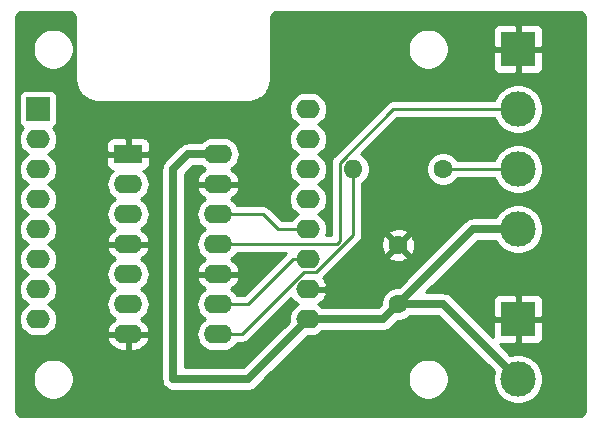
<source format=gbr>
%TF.GenerationSoftware,KiCad,Pcbnew,(5.1.9-0-10_14)*%
%TF.CreationDate,2021-06-15T10:39:12+02:00*%
%TF.ProjectId,WLED_Controller,574c4544-5f43-46f6-9e74-726f6c6c6572,rev?*%
%TF.SameCoordinates,Original*%
%TF.FileFunction,Copper,L1,Top*%
%TF.FilePolarity,Positive*%
%FSLAX46Y46*%
G04 Gerber Fmt 4.6, Leading zero omitted, Abs format (unit mm)*
G04 Created by KiCad (PCBNEW (5.1.9-0-10_14)) date 2021-06-15 10:39:12*
%MOMM*%
%LPD*%
G01*
G04 APERTURE LIST*
%TA.AperFunction,ComponentPad*%
%ADD10O,2.000000X1.600000*%
%TD*%
%TA.AperFunction,ComponentPad*%
%ADD11R,2.000000X2.000000*%
%TD*%
%TA.AperFunction,ComponentPad*%
%ADD12C,3.000000*%
%TD*%
%TA.AperFunction,ComponentPad*%
%ADD13R,3.000000X3.000000*%
%TD*%
%TA.AperFunction,ComponentPad*%
%ADD14C,1.600000*%
%TD*%
%TA.AperFunction,ComponentPad*%
%ADD15O,2.400000X1.600000*%
%TD*%
%TA.AperFunction,ComponentPad*%
%ADD16R,2.400000X1.600000*%
%TD*%
%TA.AperFunction,ComponentPad*%
%ADD17O,1.600000X1.600000*%
%TD*%
%TA.AperFunction,Conductor*%
%ADD18C,0.700000*%
%TD*%
%TA.AperFunction,Conductor*%
%ADD19C,0.250000*%
%TD*%
%TA.AperFunction,Conductor*%
%ADD20C,0.254000*%
%TD*%
%TA.AperFunction,Conductor*%
%ADD21C,0.100000*%
%TD*%
G04 APERTURE END LIST*
D10*
%TO.P,U1,16*%
%TO.N,/TX*%
X114300000Y-68580000D03*
%TO.P,U1,15*%
%TO.N,/RX*%
X114300000Y-71120000D03*
%TO.P,U1,14*%
%TO.N,Net-(U1-Pad14)*%
X114300000Y-73660000D03*
%TO.P,U1,13*%
%TO.N,Net-(U1-Pad13)*%
X114300000Y-76200000D03*
%TO.P,U1,12*%
%TO.N,Net-(U1-Pad12)*%
X114300000Y-78740000D03*
%TO.P,U1,11*%
%TO.N,Net-(U1-Pad11)*%
X114300000Y-81280000D03*
%TO.P,U1,10*%
%TO.N,GND*%
X114300000Y-83820000D03*
%TO.P,U1,9*%
%TO.N,+5V*%
X114300000Y-86360000D03*
%TO.P,U1,8*%
%TO.N,Net-(U1-Pad8)*%
X91440000Y-86360000D03*
%TO.P,U1,7*%
%TO.N,Net-(U1-Pad7)*%
X91440000Y-83820000D03*
%TO.P,U1,6*%
%TO.N,Net-(U1-Pad6)*%
X91440000Y-81280000D03*
%TO.P,U1,5*%
%TO.N,Net-(U1-Pad5)*%
X91440000Y-78740000D03*
%TO.P,U1,4*%
%TO.N,Net-(U1-Pad4)*%
X91440000Y-76200000D03*
%TO.P,U1,3*%
%TO.N,Net-(U1-Pad3)*%
X91440000Y-73660000D03*
D11*
%TO.P,U1,1*%
%TO.N,/RST*%
X91440000Y-68580000D03*
D10*
%TO.P,U1,2*%
%TO.N,Net-(U1-Pad2)*%
X91440000Y-71120000D03*
%TD*%
D12*
%TO.P,J1,4*%
%TO.N,+5V*%
X132080000Y-78740000D03*
D13*
%TO.P,J1,1*%
%TO.N,GND*%
X132080000Y-63500000D03*
D12*
%TO.P,J1,3*%
%TO.N,Net-(J1-Pad3)*%
X132080000Y-73660000D03*
%TO.P,J1,2*%
%TO.N,Net-(J1-Pad2)*%
X132080000Y-68580000D03*
%TD*%
%TO.P,J2,2*%
%TO.N,+5V*%
X132080000Y-91440000D03*
D13*
%TO.P,J2,1*%
%TO.N,GND*%
X132080000Y-86360000D03*
%TD*%
D14*
%TO.P,C1,2*%
%TO.N,GND*%
X121920000Y-80090000D03*
%TO.P,C1,1*%
%TO.N,+5V*%
X121920000Y-85090000D03*
%TD*%
D15*
%TO.P,U2,14*%
%TO.N,+5V*%
X106680000Y-72390000D03*
%TO.P,U2,7*%
%TO.N,GND*%
X99060000Y-87630000D03*
%TO.P,U2,13*%
X106680000Y-74930000D03*
%TO.P,U2,6*%
%TO.N,Net-(U2-Pad6)*%
X99060000Y-85090000D03*
%TO.P,U2,12*%
%TO.N,Net-(U1-Pad12)*%
X106680000Y-77470000D03*
%TO.P,U2,5*%
%TO.N,Net-(U2-Pad5)*%
X99060000Y-82550000D03*
%TO.P,U2,11*%
%TO.N,Net-(J1-Pad2)*%
X106680000Y-80010000D03*
%TO.P,U2,4*%
%TO.N,GND*%
X99060000Y-80010000D03*
%TO.P,U2,10*%
X106680000Y-82550000D03*
%TO.P,U2,3*%
%TO.N,Net-(U2-Pad3)*%
X99060000Y-77470000D03*
%TO.P,U2,9*%
%TO.N,Net-(U1-Pad11)*%
X106680000Y-85090000D03*
%TO.P,U2,2*%
%TO.N,Net-(U2-Pad2)*%
X99060000Y-74930000D03*
%TO.P,U2,8*%
%TO.N,Net-(R1-Pad2)*%
X106680000Y-87630000D03*
D16*
%TO.P,U2,1*%
%TO.N,GND*%
X99060000Y-72390000D03*
%TD*%
D17*
%TO.P,R1,2*%
%TO.N,Net-(R1-Pad2)*%
X118110000Y-73660000D03*
D14*
%TO.P,R1,1*%
%TO.N,Net-(J1-Pad3)*%
X125730000Y-73660000D03*
%TD*%
D18*
%TO.N,+5V*%
X121920000Y-85090000D02*
X120650000Y-86360000D01*
X120650000Y-86360000D02*
X114300000Y-86360000D01*
X104140000Y-72390000D02*
X106680000Y-72390000D01*
X102870000Y-73660000D02*
X104140000Y-72390000D01*
X102870000Y-91440000D02*
X102870000Y-73660000D01*
X109220000Y-91440000D02*
X102870000Y-91440000D01*
X114300000Y-86360000D02*
X109220000Y-91440000D01*
X121920000Y-85090000D02*
X128270000Y-78740000D01*
X132080000Y-78740000D02*
X128270000Y-78740000D01*
X132080000Y-91440000D02*
X125730000Y-85090000D01*
X125730000Y-85090000D02*
X121920000Y-85090000D01*
D19*
%TO.N,Net-(J1-Pad3)*%
X132080000Y-73660000D02*
X125730000Y-73660000D01*
%TO.N,Net-(J1-Pad2)*%
X116984999Y-79749595D02*
X116984999Y-73119999D01*
X116984999Y-73119999D02*
X121524998Y-68580000D01*
X116724594Y-80010000D02*
X116984999Y-79749595D01*
X106680000Y-80010000D02*
X116724594Y-80010000D01*
X132080000Y-68580000D02*
X121524998Y-68580000D01*
%TO.N,Net-(R1-Pad2)*%
X118110000Y-79261004D02*
X118110000Y-73660000D01*
X114965994Y-82405010D02*
X118110000Y-79261004D01*
X113923986Y-82405010D02*
X114965994Y-82405010D01*
X108698996Y-87630000D02*
X113923986Y-82405010D01*
X106680000Y-87630000D02*
X108698996Y-87630000D01*
%TO.N,Net-(U1-Pad12)*%
X106680000Y-77470000D02*
X110490000Y-77470000D01*
X111760000Y-78740000D02*
X114300000Y-78740000D01*
X110490000Y-77470000D02*
X111760000Y-78740000D01*
%TO.N,Net-(U1-Pad11)*%
X114300000Y-81280000D02*
X113030000Y-81280000D01*
X109220000Y-85090000D02*
X106680000Y-85090000D01*
X113030000Y-81280000D02*
X109220000Y-85090000D01*
%TD*%
D20*
%TO.N,GND*%
X94097869Y-60364722D02*
X94211246Y-60398953D01*
X94315819Y-60454555D01*
X94407596Y-60529407D01*
X94483091Y-60620664D01*
X94539419Y-60724844D01*
X94574440Y-60837976D01*
X94590000Y-60986022D01*
X94590001Y-66072419D01*
X94592802Y-66100855D01*
X94592747Y-66108682D01*
X94593646Y-66117853D01*
X94619554Y-66364357D01*
X94631589Y-66422986D01*
X94642792Y-66481716D01*
X94645456Y-66490538D01*
X94718751Y-66727314D01*
X94741931Y-66782457D01*
X94764339Y-66837920D01*
X94768665Y-66846054D01*
X94768667Y-66846059D01*
X94768670Y-66846064D01*
X94886553Y-67064086D01*
X94919988Y-67113654D01*
X94952759Y-67163735D01*
X94958584Y-67170876D01*
X95116577Y-67361856D01*
X95159012Y-67403995D01*
X95200875Y-67446745D01*
X95207976Y-67452618D01*
X95400053Y-67609273D01*
X95449875Y-67642374D01*
X95499237Y-67676173D01*
X95507343Y-67680556D01*
X95726191Y-67796919D01*
X95781479Y-67819707D01*
X95836475Y-67843279D01*
X95845278Y-67846003D01*
X96082559Y-67917643D01*
X96141246Y-67929264D01*
X96199752Y-67941700D01*
X96208915Y-67942663D01*
X96208917Y-67942663D01*
X96455595Y-67966850D01*
X96455598Y-67966850D01*
X96487581Y-67970000D01*
X109252419Y-67970000D01*
X109280865Y-67967198D01*
X109288682Y-67967253D01*
X109297853Y-67966354D01*
X109544357Y-67940446D01*
X109602986Y-67928411D01*
X109661716Y-67917208D01*
X109670532Y-67914546D01*
X109670536Y-67914545D01*
X109670539Y-67914544D01*
X109907314Y-67841249D01*
X109962457Y-67818069D01*
X110017920Y-67795661D01*
X110026054Y-67791335D01*
X110026059Y-67791333D01*
X110026064Y-67791330D01*
X110244086Y-67673447D01*
X110293654Y-67640012D01*
X110343735Y-67607241D01*
X110350876Y-67601416D01*
X110541856Y-67443423D01*
X110583995Y-67400988D01*
X110626745Y-67359125D01*
X110632618Y-67352024D01*
X110789273Y-67159947D01*
X110822374Y-67110125D01*
X110856173Y-67060763D01*
X110860556Y-67052657D01*
X110976919Y-66833809D01*
X110999707Y-66778521D01*
X111023279Y-66723525D01*
X111026003Y-66714722D01*
X111097643Y-66477441D01*
X111109264Y-66418754D01*
X111121700Y-66360248D01*
X111122663Y-66351083D01*
X111146850Y-66104405D01*
X111146850Y-66104402D01*
X111150000Y-66072419D01*
X111150000Y-63329117D01*
X122725000Y-63329117D01*
X122725000Y-63670883D01*
X122791675Y-64006081D01*
X122922463Y-64321831D01*
X123112337Y-64605998D01*
X123354002Y-64847663D01*
X123638169Y-65037537D01*
X123953919Y-65168325D01*
X124289117Y-65235000D01*
X124630883Y-65235000D01*
X124966081Y-65168325D01*
X125281831Y-65037537D01*
X125338009Y-65000000D01*
X129941928Y-65000000D01*
X129954188Y-65124482D01*
X129990498Y-65244180D01*
X130049463Y-65354494D01*
X130128815Y-65451185D01*
X130225506Y-65530537D01*
X130335820Y-65589502D01*
X130455518Y-65625812D01*
X130580000Y-65638072D01*
X131794250Y-65635000D01*
X131953000Y-65476250D01*
X131953000Y-63627000D01*
X132207000Y-63627000D01*
X132207000Y-65476250D01*
X132365750Y-65635000D01*
X133580000Y-65638072D01*
X133704482Y-65625812D01*
X133824180Y-65589502D01*
X133934494Y-65530537D01*
X134031185Y-65451185D01*
X134110537Y-65354494D01*
X134169502Y-65244180D01*
X134205812Y-65124482D01*
X134218072Y-65000000D01*
X134215000Y-63785750D01*
X134056250Y-63627000D01*
X132207000Y-63627000D01*
X131953000Y-63627000D01*
X130103750Y-63627000D01*
X129945000Y-63785750D01*
X129941928Y-65000000D01*
X125338009Y-65000000D01*
X125565998Y-64847663D01*
X125807663Y-64605998D01*
X125997537Y-64321831D01*
X126128325Y-64006081D01*
X126195000Y-63670883D01*
X126195000Y-63329117D01*
X126128325Y-62993919D01*
X125997537Y-62678169D01*
X125807663Y-62394002D01*
X125565998Y-62152337D01*
X125338010Y-62000000D01*
X129941928Y-62000000D01*
X129945000Y-63214250D01*
X130103750Y-63373000D01*
X131953000Y-63373000D01*
X131953000Y-61523750D01*
X132207000Y-61523750D01*
X132207000Y-63373000D01*
X134056250Y-63373000D01*
X134215000Y-63214250D01*
X134218072Y-62000000D01*
X134205812Y-61875518D01*
X134169502Y-61755820D01*
X134110537Y-61645506D01*
X134031185Y-61548815D01*
X133934494Y-61469463D01*
X133824180Y-61410498D01*
X133704482Y-61374188D01*
X133580000Y-61361928D01*
X132365750Y-61365000D01*
X132207000Y-61523750D01*
X131953000Y-61523750D01*
X131794250Y-61365000D01*
X130580000Y-61361928D01*
X130455518Y-61374188D01*
X130335820Y-61410498D01*
X130225506Y-61469463D01*
X130128815Y-61548815D01*
X130049463Y-61645506D01*
X129990498Y-61755820D01*
X129954188Y-61875518D01*
X129941928Y-62000000D01*
X125338010Y-62000000D01*
X125281831Y-61962463D01*
X124966081Y-61831675D01*
X124630883Y-61765000D01*
X124289117Y-61765000D01*
X123953919Y-61831675D01*
X123638169Y-61962463D01*
X123354002Y-62152337D01*
X123112337Y-62394002D01*
X122922463Y-62678169D01*
X122791675Y-62993919D01*
X122725000Y-63329117D01*
X111150000Y-63329117D01*
X111150000Y-60992279D01*
X111164722Y-60842131D01*
X111198953Y-60728754D01*
X111254555Y-60624181D01*
X111329407Y-60532404D01*
X111420664Y-60456909D01*
X111524844Y-60400581D01*
X111637976Y-60365560D01*
X111786022Y-60350000D01*
X137127721Y-60350000D01*
X137277869Y-60364722D01*
X137391246Y-60398953D01*
X137495819Y-60454555D01*
X137587596Y-60529407D01*
X137663091Y-60620664D01*
X137719419Y-60724844D01*
X137754440Y-60837976D01*
X137770000Y-60986022D01*
X137770001Y-93947711D01*
X137755278Y-94097869D01*
X137721047Y-94211246D01*
X137665446Y-94315817D01*
X137590594Y-94407595D01*
X137499335Y-94483091D01*
X137395160Y-94539419D01*
X137282024Y-94574440D01*
X137133979Y-94590000D01*
X90202279Y-94590000D01*
X90052131Y-94575278D01*
X89938754Y-94541047D01*
X89834183Y-94485446D01*
X89742405Y-94410594D01*
X89666909Y-94319335D01*
X89610581Y-94215160D01*
X89575560Y-94102024D01*
X89560000Y-93953979D01*
X89560000Y-91269117D01*
X90975000Y-91269117D01*
X90975000Y-91610883D01*
X91041675Y-91946081D01*
X91172463Y-92261831D01*
X91362337Y-92545998D01*
X91604002Y-92787663D01*
X91888169Y-92977537D01*
X92203919Y-93108325D01*
X92539117Y-93175000D01*
X92880883Y-93175000D01*
X93216081Y-93108325D01*
X93531831Y-92977537D01*
X93815998Y-92787663D01*
X94057663Y-92545998D01*
X94247537Y-92261831D01*
X94378325Y-91946081D01*
X94445000Y-91610883D01*
X94445000Y-91269117D01*
X94378325Y-90933919D01*
X94247537Y-90618169D01*
X94057663Y-90334002D01*
X93815998Y-90092337D01*
X93531831Y-89902463D01*
X93216081Y-89771675D01*
X92880883Y-89705000D01*
X92539117Y-89705000D01*
X92203919Y-89771675D01*
X91888169Y-89902463D01*
X91604002Y-90092337D01*
X91362337Y-90334002D01*
X91172463Y-90618169D01*
X91041675Y-90933919D01*
X90975000Y-91269117D01*
X89560000Y-91269117D01*
X89560000Y-87979039D01*
X97268096Y-87979039D01*
X97285633Y-88061818D01*
X97396285Y-88321646D01*
X97555500Y-88554895D01*
X97757161Y-88752601D01*
X97993517Y-88907166D01*
X98255486Y-89012650D01*
X98533000Y-89065000D01*
X98933000Y-89065000D01*
X98933000Y-87757000D01*
X99187000Y-87757000D01*
X99187000Y-89065000D01*
X99587000Y-89065000D01*
X99864514Y-89012650D01*
X100126483Y-88907166D01*
X100362839Y-88752601D01*
X100564500Y-88554895D01*
X100723715Y-88321646D01*
X100834367Y-88061818D01*
X100851904Y-87979039D01*
X100729915Y-87757000D01*
X99187000Y-87757000D01*
X98933000Y-87757000D01*
X97390085Y-87757000D01*
X97268096Y-87979039D01*
X89560000Y-87979039D01*
X89560000Y-71120000D01*
X89798057Y-71120000D01*
X89825764Y-71401309D01*
X89907818Y-71671808D01*
X90041068Y-71921101D01*
X90220392Y-72139608D01*
X90438899Y-72318932D01*
X90571858Y-72390000D01*
X90438899Y-72461068D01*
X90220392Y-72640392D01*
X90041068Y-72858899D01*
X89907818Y-73108192D01*
X89825764Y-73378691D01*
X89798057Y-73660000D01*
X89825764Y-73941309D01*
X89907818Y-74211808D01*
X90041068Y-74461101D01*
X90220392Y-74679608D01*
X90438899Y-74858932D01*
X90571858Y-74930000D01*
X90438899Y-75001068D01*
X90220392Y-75180392D01*
X90041068Y-75398899D01*
X89907818Y-75648192D01*
X89825764Y-75918691D01*
X89798057Y-76200000D01*
X89825764Y-76481309D01*
X89907818Y-76751808D01*
X90041068Y-77001101D01*
X90220392Y-77219608D01*
X90438899Y-77398932D01*
X90571858Y-77470000D01*
X90438899Y-77541068D01*
X90220392Y-77720392D01*
X90041068Y-77938899D01*
X89907818Y-78188192D01*
X89825764Y-78458691D01*
X89798057Y-78740000D01*
X89825764Y-79021309D01*
X89907818Y-79291808D01*
X90041068Y-79541101D01*
X90220392Y-79759608D01*
X90438899Y-79938932D01*
X90571858Y-80010000D01*
X90438899Y-80081068D01*
X90220392Y-80260392D01*
X90041068Y-80478899D01*
X89907818Y-80728192D01*
X89825764Y-80998691D01*
X89798057Y-81280000D01*
X89825764Y-81561309D01*
X89907818Y-81831808D01*
X90041068Y-82081101D01*
X90220392Y-82299608D01*
X90438899Y-82478932D01*
X90571858Y-82550000D01*
X90438899Y-82621068D01*
X90220392Y-82800392D01*
X90041068Y-83018899D01*
X89907818Y-83268192D01*
X89825764Y-83538691D01*
X89798057Y-83820000D01*
X89825764Y-84101309D01*
X89907818Y-84371808D01*
X90041068Y-84621101D01*
X90220392Y-84839608D01*
X90438899Y-85018932D01*
X90571858Y-85090000D01*
X90438899Y-85161068D01*
X90220392Y-85340392D01*
X90041068Y-85558899D01*
X89907818Y-85808192D01*
X89825764Y-86078691D01*
X89798057Y-86360000D01*
X89825764Y-86641309D01*
X89907818Y-86911808D01*
X90041068Y-87161101D01*
X90220392Y-87379608D01*
X90438899Y-87558932D01*
X90688192Y-87692182D01*
X90958691Y-87774236D01*
X91169508Y-87795000D01*
X91710492Y-87795000D01*
X91921309Y-87774236D01*
X92191808Y-87692182D01*
X92441101Y-87558932D01*
X92659608Y-87379608D01*
X92838932Y-87161101D01*
X92972182Y-86911808D01*
X93054236Y-86641309D01*
X93081943Y-86360000D01*
X93054236Y-86078691D01*
X92972182Y-85808192D01*
X92838932Y-85558899D01*
X92659608Y-85340392D01*
X92441101Y-85161068D01*
X92308142Y-85090000D01*
X92441101Y-85018932D01*
X92659608Y-84839608D01*
X92838932Y-84621101D01*
X92972182Y-84371808D01*
X93054236Y-84101309D01*
X93081943Y-83820000D01*
X93054236Y-83538691D01*
X92972182Y-83268192D01*
X92838932Y-83018899D01*
X92659608Y-82800392D01*
X92441101Y-82621068D01*
X92308142Y-82550000D01*
X97218057Y-82550000D01*
X97245764Y-82831309D01*
X97327818Y-83101808D01*
X97461068Y-83351101D01*
X97640392Y-83569608D01*
X97858899Y-83748932D01*
X97991858Y-83820000D01*
X97858899Y-83891068D01*
X97640392Y-84070392D01*
X97461068Y-84288899D01*
X97327818Y-84538192D01*
X97245764Y-84808691D01*
X97218057Y-85090000D01*
X97245764Y-85371309D01*
X97327818Y-85641808D01*
X97461068Y-85891101D01*
X97640392Y-86109608D01*
X97858899Y-86288932D01*
X97986741Y-86357265D01*
X97757161Y-86507399D01*
X97555500Y-86705105D01*
X97396285Y-86938354D01*
X97285633Y-87198182D01*
X97268096Y-87280961D01*
X97390085Y-87503000D01*
X98933000Y-87503000D01*
X98933000Y-87483000D01*
X99187000Y-87483000D01*
X99187000Y-87503000D01*
X100729915Y-87503000D01*
X100851904Y-87280961D01*
X100834367Y-87198182D01*
X100723715Y-86938354D01*
X100564500Y-86705105D01*
X100362839Y-86507399D01*
X100133259Y-86357265D01*
X100261101Y-86288932D01*
X100479608Y-86109608D01*
X100658932Y-85891101D01*
X100792182Y-85641808D01*
X100874236Y-85371309D01*
X100901943Y-85090000D01*
X100874236Y-84808691D01*
X100792182Y-84538192D01*
X100658932Y-84288899D01*
X100479608Y-84070392D01*
X100261101Y-83891068D01*
X100128142Y-83820000D01*
X100261101Y-83748932D01*
X100479608Y-83569608D01*
X100658932Y-83351101D01*
X100792182Y-83101808D01*
X100874236Y-82831309D01*
X100901943Y-82550000D01*
X100874236Y-82268691D01*
X100792182Y-81998192D01*
X100658932Y-81748899D01*
X100479608Y-81530392D01*
X100261101Y-81351068D01*
X100133259Y-81282735D01*
X100362839Y-81132601D01*
X100564500Y-80934895D01*
X100723715Y-80701646D01*
X100834367Y-80441818D01*
X100851904Y-80359039D01*
X100729915Y-80137000D01*
X99187000Y-80137000D01*
X99187000Y-80157000D01*
X98933000Y-80157000D01*
X98933000Y-80137000D01*
X97390085Y-80137000D01*
X97268096Y-80359039D01*
X97285633Y-80441818D01*
X97396285Y-80701646D01*
X97555500Y-80934895D01*
X97757161Y-81132601D01*
X97986741Y-81282735D01*
X97858899Y-81351068D01*
X97640392Y-81530392D01*
X97461068Y-81748899D01*
X97327818Y-81998192D01*
X97245764Y-82268691D01*
X97218057Y-82550000D01*
X92308142Y-82550000D01*
X92441101Y-82478932D01*
X92659608Y-82299608D01*
X92838932Y-82081101D01*
X92972182Y-81831808D01*
X93054236Y-81561309D01*
X93081943Y-81280000D01*
X93054236Y-80998691D01*
X92972182Y-80728192D01*
X92838932Y-80478899D01*
X92659608Y-80260392D01*
X92441101Y-80081068D01*
X92308142Y-80010000D01*
X92441101Y-79938932D01*
X92659608Y-79759608D01*
X92838932Y-79541101D01*
X92972182Y-79291808D01*
X93054236Y-79021309D01*
X93081943Y-78740000D01*
X93054236Y-78458691D01*
X92972182Y-78188192D01*
X92838932Y-77938899D01*
X92659608Y-77720392D01*
X92441101Y-77541068D01*
X92308142Y-77470000D01*
X92441101Y-77398932D01*
X92659608Y-77219608D01*
X92838932Y-77001101D01*
X92972182Y-76751808D01*
X93054236Y-76481309D01*
X93081943Y-76200000D01*
X93054236Y-75918691D01*
X92972182Y-75648192D01*
X92838932Y-75398899D01*
X92659608Y-75180392D01*
X92441101Y-75001068D01*
X92308142Y-74930000D01*
X97218057Y-74930000D01*
X97245764Y-75211309D01*
X97327818Y-75481808D01*
X97461068Y-75731101D01*
X97640392Y-75949608D01*
X97858899Y-76128932D01*
X97991858Y-76200000D01*
X97858899Y-76271068D01*
X97640392Y-76450392D01*
X97461068Y-76668899D01*
X97327818Y-76918192D01*
X97245764Y-77188691D01*
X97218057Y-77470000D01*
X97245764Y-77751309D01*
X97327818Y-78021808D01*
X97461068Y-78271101D01*
X97640392Y-78489608D01*
X97858899Y-78668932D01*
X97986741Y-78737265D01*
X97757161Y-78887399D01*
X97555500Y-79085105D01*
X97396285Y-79318354D01*
X97285633Y-79578182D01*
X97268096Y-79660961D01*
X97390085Y-79883000D01*
X98933000Y-79883000D01*
X98933000Y-79863000D01*
X99187000Y-79863000D01*
X99187000Y-79883000D01*
X100729915Y-79883000D01*
X100851904Y-79660961D01*
X100834367Y-79578182D01*
X100723715Y-79318354D01*
X100564500Y-79085105D01*
X100362839Y-78887399D01*
X100133259Y-78737265D01*
X100261101Y-78668932D01*
X100479608Y-78489608D01*
X100658932Y-78271101D01*
X100792182Y-78021808D01*
X100874236Y-77751309D01*
X100901943Y-77470000D01*
X100874236Y-77188691D01*
X100792182Y-76918192D01*
X100658932Y-76668899D01*
X100479608Y-76450392D01*
X100261101Y-76271068D01*
X100128142Y-76200000D01*
X100261101Y-76128932D01*
X100479608Y-75949608D01*
X100658932Y-75731101D01*
X100792182Y-75481808D01*
X100874236Y-75211309D01*
X100901943Y-74930000D01*
X100874236Y-74648691D01*
X100792182Y-74378192D01*
X100658932Y-74128899D01*
X100479608Y-73910392D01*
X100366518Y-73817581D01*
X100384482Y-73815812D01*
X100504180Y-73779502D01*
X100614494Y-73720537D01*
X100688258Y-73660000D01*
X101880235Y-73660000D01*
X101885001Y-73708390D01*
X101885000Y-91391620D01*
X101880235Y-91440000D01*
X101899253Y-91633094D01*
X101955576Y-91818767D01*
X102023627Y-91946081D01*
X102047040Y-91989884D01*
X102170130Y-92139870D01*
X102320116Y-92262960D01*
X102491233Y-92354424D01*
X102676906Y-92410747D01*
X102870000Y-92429765D01*
X102918380Y-92425000D01*
X109171620Y-92425000D01*
X109220000Y-92429765D01*
X109268380Y-92425000D01*
X109413094Y-92410747D01*
X109598767Y-92354424D01*
X109769884Y-92262960D01*
X109919870Y-92139870D01*
X109950716Y-92102284D01*
X110783883Y-91269117D01*
X122725000Y-91269117D01*
X122725000Y-91610883D01*
X122791675Y-91946081D01*
X122922463Y-92261831D01*
X123112337Y-92545998D01*
X123354002Y-92787663D01*
X123638169Y-92977537D01*
X123953919Y-93108325D01*
X124289117Y-93175000D01*
X124630883Y-93175000D01*
X124966081Y-93108325D01*
X125281831Y-92977537D01*
X125565998Y-92787663D01*
X125807663Y-92545998D01*
X125997537Y-92261831D01*
X126128325Y-91946081D01*
X126195000Y-91610883D01*
X126195000Y-91269117D01*
X126128325Y-90933919D01*
X125997537Y-90618169D01*
X125807663Y-90334002D01*
X125565998Y-90092337D01*
X125281831Y-89902463D01*
X124966081Y-89771675D01*
X124630883Y-89705000D01*
X124289117Y-89705000D01*
X123953919Y-89771675D01*
X123638169Y-89902463D01*
X123354002Y-90092337D01*
X123112337Y-90334002D01*
X122922463Y-90618169D01*
X122791675Y-90933919D01*
X122725000Y-91269117D01*
X110783883Y-91269117D01*
X114258001Y-87795000D01*
X114570492Y-87795000D01*
X114781309Y-87774236D01*
X115051808Y-87692182D01*
X115301101Y-87558932D01*
X115519608Y-87379608D01*
X115548010Y-87345000D01*
X120601620Y-87345000D01*
X120650000Y-87349765D01*
X120698380Y-87345000D01*
X120843094Y-87330747D01*
X121028767Y-87274424D01*
X121199884Y-87182960D01*
X121349870Y-87059870D01*
X121380716Y-87022284D01*
X121878000Y-86525000D01*
X122061335Y-86525000D01*
X122338574Y-86469853D01*
X122599727Y-86361680D01*
X122834759Y-86204637D01*
X122964396Y-86075000D01*
X125322000Y-86075000D01*
X130037942Y-90790942D01*
X130027047Y-90817244D01*
X129945000Y-91229721D01*
X129945000Y-91650279D01*
X130027047Y-92062756D01*
X130187988Y-92451302D01*
X130421637Y-92800983D01*
X130719017Y-93098363D01*
X131068698Y-93332012D01*
X131457244Y-93492953D01*
X131869721Y-93575000D01*
X132290279Y-93575000D01*
X132702756Y-93492953D01*
X133091302Y-93332012D01*
X133440983Y-93098363D01*
X133738363Y-92800983D01*
X133972012Y-92451302D01*
X134132953Y-92062756D01*
X134215000Y-91650279D01*
X134215000Y-91229721D01*
X134132953Y-90817244D01*
X133972012Y-90428698D01*
X133738363Y-90079017D01*
X133440983Y-89781637D01*
X133091302Y-89547988D01*
X132702756Y-89387047D01*
X132290279Y-89305000D01*
X131869721Y-89305000D01*
X131457244Y-89387047D01*
X131430942Y-89397942D01*
X130525727Y-88492727D01*
X130580000Y-88498072D01*
X131794250Y-88495000D01*
X131953000Y-88336250D01*
X131953000Y-86487000D01*
X132207000Y-86487000D01*
X132207000Y-88336250D01*
X132365750Y-88495000D01*
X133580000Y-88498072D01*
X133704482Y-88485812D01*
X133824180Y-88449502D01*
X133934494Y-88390537D01*
X134031185Y-88311185D01*
X134110537Y-88214494D01*
X134169502Y-88104180D01*
X134205812Y-87984482D01*
X134218072Y-87860000D01*
X134215000Y-86645750D01*
X134056250Y-86487000D01*
X132207000Y-86487000D01*
X131953000Y-86487000D01*
X130103750Y-86487000D01*
X129945000Y-86645750D01*
X129941928Y-87860000D01*
X129947273Y-87914273D01*
X126893000Y-84860000D01*
X129941928Y-84860000D01*
X129945000Y-86074250D01*
X130103750Y-86233000D01*
X131953000Y-86233000D01*
X131953000Y-84383750D01*
X132207000Y-84383750D01*
X132207000Y-86233000D01*
X134056250Y-86233000D01*
X134215000Y-86074250D01*
X134218072Y-84860000D01*
X134205812Y-84735518D01*
X134169502Y-84615820D01*
X134110537Y-84505506D01*
X134031185Y-84408815D01*
X133934494Y-84329463D01*
X133824180Y-84270498D01*
X133704482Y-84234188D01*
X133580000Y-84221928D01*
X132365750Y-84225000D01*
X132207000Y-84383750D01*
X131953000Y-84383750D01*
X131794250Y-84225000D01*
X130580000Y-84221928D01*
X130455518Y-84234188D01*
X130335820Y-84270498D01*
X130225506Y-84329463D01*
X130128815Y-84408815D01*
X130049463Y-84505506D01*
X129990498Y-84615820D01*
X129954188Y-84735518D01*
X129941928Y-84860000D01*
X126893000Y-84860000D01*
X126460716Y-84427716D01*
X126429870Y-84390130D01*
X126279884Y-84267040D01*
X126108767Y-84175576D01*
X125923094Y-84119253D01*
X125778380Y-84105000D01*
X125730000Y-84100235D01*
X125681620Y-84105000D01*
X124298000Y-84105000D01*
X128678000Y-79725000D01*
X130177093Y-79725000D01*
X130187988Y-79751302D01*
X130421637Y-80100983D01*
X130719017Y-80398363D01*
X131068698Y-80632012D01*
X131457244Y-80792953D01*
X131869721Y-80875000D01*
X132290279Y-80875000D01*
X132702756Y-80792953D01*
X133091302Y-80632012D01*
X133440983Y-80398363D01*
X133738363Y-80100983D01*
X133972012Y-79751302D01*
X134132953Y-79362756D01*
X134215000Y-78950279D01*
X134215000Y-78529721D01*
X134132953Y-78117244D01*
X133972012Y-77728698D01*
X133738363Y-77379017D01*
X133440983Y-77081637D01*
X133091302Y-76847988D01*
X132702756Y-76687047D01*
X132290279Y-76605000D01*
X131869721Y-76605000D01*
X131457244Y-76687047D01*
X131068698Y-76847988D01*
X130719017Y-77081637D01*
X130421637Y-77379017D01*
X130187988Y-77728698D01*
X130177093Y-77755000D01*
X128318379Y-77755000D01*
X128269999Y-77750235D01*
X128076906Y-77769253D01*
X127891233Y-77825576D01*
X127720116Y-77917040D01*
X127570130Y-78040130D01*
X127539284Y-78077716D01*
X121962000Y-83655000D01*
X121778665Y-83655000D01*
X121501426Y-83710147D01*
X121240273Y-83818320D01*
X121005241Y-83975363D01*
X120805363Y-84175241D01*
X120648320Y-84410273D01*
X120540147Y-84671426D01*
X120485000Y-84948665D01*
X120485000Y-85132000D01*
X120242000Y-85375000D01*
X115548010Y-85375000D01*
X115519608Y-85340392D01*
X115301101Y-85161068D01*
X115171655Y-85091878D01*
X115189227Y-85084430D01*
X115422662Y-84925673D01*
X115620639Y-84724425D01*
X115775551Y-84488421D01*
X115881444Y-84226730D01*
X115891904Y-84169039D01*
X115769915Y-83947000D01*
X114427000Y-83947000D01*
X114427000Y-83967000D01*
X114173000Y-83967000D01*
X114173000Y-83947000D01*
X114153000Y-83947000D01*
X114153000Y-83693000D01*
X114173000Y-83693000D01*
X114173000Y-83673000D01*
X114427000Y-83673000D01*
X114427000Y-83693000D01*
X115769915Y-83693000D01*
X115891904Y-83470961D01*
X115881444Y-83413270D01*
X115775551Y-83151579D01*
X115620639Y-82915575D01*
X115575805Y-82870000D01*
X117363103Y-81082702D01*
X121106903Y-81082702D01*
X121178486Y-81326671D01*
X121433996Y-81447571D01*
X121708184Y-81516300D01*
X121990512Y-81530217D01*
X122270130Y-81488787D01*
X122536292Y-81393603D01*
X122661514Y-81326671D01*
X122733097Y-81082702D01*
X121920000Y-80269605D01*
X121106903Y-81082702D01*
X117363103Y-81082702D01*
X118285293Y-80160512D01*
X120479783Y-80160512D01*
X120521213Y-80440130D01*
X120616397Y-80706292D01*
X120683329Y-80831514D01*
X120927298Y-80903097D01*
X121740395Y-80090000D01*
X122099605Y-80090000D01*
X122912702Y-80903097D01*
X123156671Y-80831514D01*
X123277571Y-80576004D01*
X123346300Y-80301816D01*
X123360217Y-80019488D01*
X123318787Y-79739870D01*
X123223603Y-79473708D01*
X123156671Y-79348486D01*
X122912702Y-79276903D01*
X122099605Y-80090000D01*
X121740395Y-80090000D01*
X120927298Y-79276903D01*
X120683329Y-79348486D01*
X120562429Y-79603996D01*
X120493700Y-79878184D01*
X120479783Y-80160512D01*
X118285293Y-80160512D01*
X118621004Y-79824802D01*
X118650001Y-79801005D01*
X118712377Y-79725000D01*
X118744974Y-79685281D01*
X118815546Y-79553251D01*
X118835035Y-79489002D01*
X118859003Y-79409990D01*
X118870000Y-79298337D01*
X118870000Y-79298327D01*
X118873676Y-79261004D01*
X118870000Y-79223681D01*
X118870000Y-79097298D01*
X121106903Y-79097298D01*
X121920000Y-79910395D01*
X122733097Y-79097298D01*
X122661514Y-78853329D01*
X122406004Y-78732429D01*
X122131816Y-78663700D01*
X121849488Y-78649783D01*
X121569870Y-78691213D01*
X121303708Y-78786397D01*
X121178486Y-78853329D01*
X121106903Y-79097298D01*
X118870000Y-79097298D01*
X118870000Y-74878043D01*
X119024759Y-74774637D01*
X119224637Y-74574759D01*
X119381680Y-74339727D01*
X119489853Y-74078574D01*
X119545000Y-73801335D01*
X119545000Y-73518665D01*
X124295000Y-73518665D01*
X124295000Y-73801335D01*
X124350147Y-74078574D01*
X124458320Y-74339727D01*
X124615363Y-74574759D01*
X124815241Y-74774637D01*
X125050273Y-74931680D01*
X125311426Y-75039853D01*
X125588665Y-75095000D01*
X125871335Y-75095000D01*
X126148574Y-75039853D01*
X126409727Y-74931680D01*
X126644759Y-74774637D01*
X126844637Y-74574759D01*
X126948043Y-74420000D01*
X130083895Y-74420000D01*
X130187988Y-74671302D01*
X130421637Y-75020983D01*
X130719017Y-75318363D01*
X131068698Y-75552012D01*
X131457244Y-75712953D01*
X131869721Y-75795000D01*
X132290279Y-75795000D01*
X132702756Y-75712953D01*
X133091302Y-75552012D01*
X133440983Y-75318363D01*
X133738363Y-75020983D01*
X133972012Y-74671302D01*
X134132953Y-74282756D01*
X134215000Y-73870279D01*
X134215000Y-73449721D01*
X134132953Y-73037244D01*
X133972012Y-72648698D01*
X133738363Y-72299017D01*
X133440983Y-72001637D01*
X133091302Y-71767988D01*
X132702756Y-71607047D01*
X132290279Y-71525000D01*
X131869721Y-71525000D01*
X131457244Y-71607047D01*
X131068698Y-71767988D01*
X130719017Y-72001637D01*
X130421637Y-72299017D01*
X130187988Y-72648698D01*
X130083895Y-72900000D01*
X126948043Y-72900000D01*
X126844637Y-72745241D01*
X126644759Y-72545363D01*
X126409727Y-72388320D01*
X126148574Y-72280147D01*
X125871335Y-72225000D01*
X125588665Y-72225000D01*
X125311426Y-72280147D01*
X125050273Y-72388320D01*
X124815241Y-72545363D01*
X124615363Y-72745241D01*
X124458320Y-72980273D01*
X124350147Y-73241426D01*
X124295000Y-73518665D01*
X119545000Y-73518665D01*
X119489853Y-73241426D01*
X119381680Y-72980273D01*
X119224637Y-72745241D01*
X119024759Y-72545363D01*
X118790777Y-72389022D01*
X121839800Y-69340000D01*
X130083895Y-69340000D01*
X130187988Y-69591302D01*
X130421637Y-69940983D01*
X130719017Y-70238363D01*
X131068698Y-70472012D01*
X131457244Y-70632953D01*
X131869721Y-70715000D01*
X132290279Y-70715000D01*
X132702756Y-70632953D01*
X133091302Y-70472012D01*
X133440983Y-70238363D01*
X133738363Y-69940983D01*
X133972012Y-69591302D01*
X134132953Y-69202756D01*
X134215000Y-68790279D01*
X134215000Y-68369721D01*
X134132953Y-67957244D01*
X133972012Y-67568698D01*
X133738363Y-67219017D01*
X133440983Y-66921637D01*
X133091302Y-66687988D01*
X132702756Y-66527047D01*
X132290279Y-66445000D01*
X131869721Y-66445000D01*
X131457244Y-66527047D01*
X131068698Y-66687988D01*
X130719017Y-66921637D01*
X130421637Y-67219017D01*
X130187988Y-67568698D01*
X130083895Y-67820000D01*
X121562320Y-67820000D01*
X121524997Y-67816324D01*
X121487674Y-67820000D01*
X121487665Y-67820000D01*
X121376012Y-67830997D01*
X121232751Y-67874454D01*
X121100722Y-67945026D01*
X120984997Y-68039999D01*
X120961199Y-68068997D01*
X116473997Y-72556200D01*
X116444999Y-72579998D01*
X116421201Y-72608996D01*
X116421200Y-72608997D01*
X116350025Y-72695723D01*
X116279453Y-72827753D01*
X116235997Y-72971014D01*
X116221323Y-73119999D01*
X116225000Y-73157331D01*
X116224999Y-79250000D01*
X115844864Y-79250000D01*
X115914236Y-79021309D01*
X115941943Y-78740000D01*
X115914236Y-78458691D01*
X115832182Y-78188192D01*
X115698932Y-77938899D01*
X115519608Y-77720392D01*
X115301101Y-77541068D01*
X115168142Y-77470000D01*
X115301101Y-77398932D01*
X115519608Y-77219608D01*
X115698932Y-77001101D01*
X115832182Y-76751808D01*
X115914236Y-76481309D01*
X115941943Y-76200000D01*
X115914236Y-75918691D01*
X115832182Y-75648192D01*
X115698932Y-75398899D01*
X115519608Y-75180392D01*
X115301101Y-75001068D01*
X115168142Y-74930000D01*
X115301101Y-74858932D01*
X115519608Y-74679608D01*
X115698932Y-74461101D01*
X115832182Y-74211808D01*
X115914236Y-73941309D01*
X115941943Y-73660000D01*
X115914236Y-73378691D01*
X115832182Y-73108192D01*
X115698932Y-72858899D01*
X115519608Y-72640392D01*
X115301101Y-72461068D01*
X115168142Y-72390000D01*
X115301101Y-72318932D01*
X115519608Y-72139608D01*
X115698932Y-71921101D01*
X115832182Y-71671808D01*
X115914236Y-71401309D01*
X115941943Y-71120000D01*
X115914236Y-70838691D01*
X115832182Y-70568192D01*
X115698932Y-70318899D01*
X115519608Y-70100392D01*
X115301101Y-69921068D01*
X115168142Y-69850000D01*
X115301101Y-69778932D01*
X115519608Y-69599608D01*
X115698932Y-69381101D01*
X115832182Y-69131808D01*
X115914236Y-68861309D01*
X115941943Y-68580000D01*
X115914236Y-68298691D01*
X115832182Y-68028192D01*
X115698932Y-67778899D01*
X115519608Y-67560392D01*
X115301101Y-67381068D01*
X115051808Y-67247818D01*
X114781309Y-67165764D01*
X114570492Y-67145000D01*
X114029508Y-67145000D01*
X113818691Y-67165764D01*
X113548192Y-67247818D01*
X113298899Y-67381068D01*
X113080392Y-67560392D01*
X112901068Y-67778899D01*
X112767818Y-68028192D01*
X112685764Y-68298691D01*
X112658057Y-68580000D01*
X112685764Y-68861309D01*
X112767818Y-69131808D01*
X112901068Y-69381101D01*
X113080392Y-69599608D01*
X113298899Y-69778932D01*
X113431858Y-69850000D01*
X113298899Y-69921068D01*
X113080392Y-70100392D01*
X112901068Y-70318899D01*
X112767818Y-70568192D01*
X112685764Y-70838691D01*
X112658057Y-71120000D01*
X112685764Y-71401309D01*
X112767818Y-71671808D01*
X112901068Y-71921101D01*
X113080392Y-72139608D01*
X113298899Y-72318932D01*
X113431858Y-72390000D01*
X113298899Y-72461068D01*
X113080392Y-72640392D01*
X112901068Y-72858899D01*
X112767818Y-73108192D01*
X112685764Y-73378691D01*
X112658057Y-73660000D01*
X112685764Y-73941309D01*
X112767818Y-74211808D01*
X112901068Y-74461101D01*
X113080392Y-74679608D01*
X113298899Y-74858932D01*
X113431858Y-74930000D01*
X113298899Y-75001068D01*
X113080392Y-75180392D01*
X112901068Y-75398899D01*
X112767818Y-75648192D01*
X112685764Y-75918691D01*
X112658057Y-76200000D01*
X112685764Y-76481309D01*
X112767818Y-76751808D01*
X112901068Y-77001101D01*
X113080392Y-77219608D01*
X113298899Y-77398932D01*
X113431858Y-77470000D01*
X113298899Y-77541068D01*
X113080392Y-77720392D01*
X112901068Y-77938899D01*
X112879099Y-77980000D01*
X112074802Y-77980000D01*
X111053804Y-76959003D01*
X111030001Y-76929999D01*
X110914276Y-76835026D01*
X110782247Y-76764454D01*
X110638986Y-76720997D01*
X110527333Y-76710000D01*
X110527322Y-76710000D01*
X110490000Y-76706324D01*
X110452678Y-76710000D01*
X108300901Y-76710000D01*
X108278932Y-76668899D01*
X108099608Y-76450392D01*
X107881101Y-76271068D01*
X107753259Y-76202735D01*
X107982839Y-76052601D01*
X108184500Y-75854895D01*
X108343715Y-75621646D01*
X108454367Y-75361818D01*
X108471904Y-75279039D01*
X108349915Y-75057000D01*
X106807000Y-75057000D01*
X106807000Y-75077000D01*
X106553000Y-75077000D01*
X106553000Y-75057000D01*
X105010085Y-75057000D01*
X104888096Y-75279039D01*
X104905633Y-75361818D01*
X105016285Y-75621646D01*
X105175500Y-75854895D01*
X105377161Y-76052601D01*
X105606741Y-76202735D01*
X105478899Y-76271068D01*
X105260392Y-76450392D01*
X105081068Y-76668899D01*
X104947818Y-76918192D01*
X104865764Y-77188691D01*
X104838057Y-77470000D01*
X104865764Y-77751309D01*
X104947818Y-78021808D01*
X105081068Y-78271101D01*
X105260392Y-78489608D01*
X105478899Y-78668932D01*
X105611858Y-78740000D01*
X105478899Y-78811068D01*
X105260392Y-78990392D01*
X105081068Y-79208899D01*
X104947818Y-79458192D01*
X104865764Y-79728691D01*
X104838057Y-80010000D01*
X104865764Y-80291309D01*
X104947818Y-80561808D01*
X105081068Y-80811101D01*
X105260392Y-81029608D01*
X105478899Y-81208932D01*
X105606741Y-81277265D01*
X105377161Y-81427399D01*
X105175500Y-81625105D01*
X105016285Y-81858354D01*
X104905633Y-82118182D01*
X104888096Y-82200961D01*
X105010085Y-82423000D01*
X106553000Y-82423000D01*
X106553000Y-82403000D01*
X106807000Y-82403000D01*
X106807000Y-82423000D01*
X108349915Y-82423000D01*
X108471904Y-82200961D01*
X108454367Y-82118182D01*
X108343715Y-81858354D01*
X108184500Y-81625105D01*
X107982839Y-81427399D01*
X107753259Y-81277265D01*
X107881101Y-81208932D01*
X108099608Y-81029608D01*
X108278932Y-80811101D01*
X108300901Y-80770000D01*
X112465198Y-80770000D01*
X108905199Y-84330000D01*
X108300901Y-84330000D01*
X108278932Y-84288899D01*
X108099608Y-84070392D01*
X107881101Y-83891068D01*
X107753259Y-83822735D01*
X107982839Y-83672601D01*
X108184500Y-83474895D01*
X108343715Y-83241646D01*
X108454367Y-82981818D01*
X108471904Y-82899039D01*
X108349915Y-82677000D01*
X106807000Y-82677000D01*
X106807000Y-82697000D01*
X106553000Y-82697000D01*
X106553000Y-82677000D01*
X105010085Y-82677000D01*
X104888096Y-82899039D01*
X104905633Y-82981818D01*
X105016285Y-83241646D01*
X105175500Y-83474895D01*
X105377161Y-83672601D01*
X105606741Y-83822735D01*
X105478899Y-83891068D01*
X105260392Y-84070392D01*
X105081068Y-84288899D01*
X104947818Y-84538192D01*
X104865764Y-84808691D01*
X104838057Y-85090000D01*
X104865764Y-85371309D01*
X104947818Y-85641808D01*
X105081068Y-85891101D01*
X105260392Y-86109608D01*
X105478899Y-86288932D01*
X105611858Y-86360000D01*
X105478899Y-86431068D01*
X105260392Y-86610392D01*
X105081068Y-86828899D01*
X104947818Y-87078192D01*
X104865764Y-87348691D01*
X104838057Y-87630000D01*
X104865764Y-87911309D01*
X104947818Y-88181808D01*
X105081068Y-88431101D01*
X105260392Y-88649608D01*
X105478899Y-88828932D01*
X105728192Y-88962182D01*
X105998691Y-89044236D01*
X106209508Y-89065000D01*
X107150492Y-89065000D01*
X107361309Y-89044236D01*
X107631808Y-88962182D01*
X107881101Y-88828932D01*
X108099608Y-88649608D01*
X108278932Y-88431101D01*
X108300901Y-88390000D01*
X108661674Y-88390000D01*
X108698996Y-88393676D01*
X108736318Y-88390000D01*
X108736329Y-88390000D01*
X108847982Y-88379003D01*
X108991243Y-88335546D01*
X109123272Y-88264974D01*
X109238997Y-88170001D01*
X109262800Y-88140997D01*
X112860482Y-84543316D01*
X112979361Y-84724425D01*
X113177338Y-84925673D01*
X113410773Y-85084430D01*
X113428345Y-85091878D01*
X113298899Y-85161068D01*
X113080392Y-85340392D01*
X112901068Y-85558899D01*
X112767818Y-85808192D01*
X112685764Y-86078691D01*
X112658057Y-86360000D01*
X112680378Y-86586622D01*
X108812000Y-90455000D01*
X103855000Y-90455000D01*
X103855000Y-74068000D01*
X104548000Y-73375000D01*
X105231990Y-73375000D01*
X105260392Y-73409608D01*
X105478899Y-73588932D01*
X105606741Y-73657265D01*
X105377161Y-73807399D01*
X105175500Y-74005105D01*
X105016285Y-74238354D01*
X104905633Y-74498182D01*
X104888096Y-74580961D01*
X105010085Y-74803000D01*
X106553000Y-74803000D01*
X106553000Y-74783000D01*
X106807000Y-74783000D01*
X106807000Y-74803000D01*
X108349915Y-74803000D01*
X108471904Y-74580961D01*
X108454367Y-74498182D01*
X108343715Y-74238354D01*
X108184500Y-74005105D01*
X107982839Y-73807399D01*
X107753259Y-73657265D01*
X107881101Y-73588932D01*
X108099608Y-73409608D01*
X108278932Y-73191101D01*
X108412182Y-72941808D01*
X108494236Y-72671309D01*
X108521943Y-72390000D01*
X108494236Y-72108691D01*
X108412182Y-71838192D01*
X108278932Y-71588899D01*
X108099608Y-71370392D01*
X107881101Y-71191068D01*
X107631808Y-71057818D01*
X107361309Y-70975764D01*
X107150492Y-70955000D01*
X106209508Y-70955000D01*
X105998691Y-70975764D01*
X105728192Y-71057818D01*
X105478899Y-71191068D01*
X105260392Y-71370392D01*
X105231990Y-71405000D01*
X104188379Y-71405000D01*
X104139999Y-71400235D01*
X103946905Y-71419253D01*
X103903691Y-71432362D01*
X103761233Y-71475576D01*
X103590116Y-71567040D01*
X103440130Y-71690130D01*
X103409284Y-71727716D01*
X102207711Y-72929289D01*
X102170131Y-72960130D01*
X102047041Y-73110116D01*
X102004342Y-73190000D01*
X101955576Y-73281234D01*
X101899253Y-73466907D01*
X101880235Y-73660000D01*
X100688258Y-73660000D01*
X100711185Y-73641185D01*
X100790537Y-73544494D01*
X100849502Y-73434180D01*
X100885812Y-73314482D01*
X100898072Y-73190000D01*
X100895000Y-72675750D01*
X100736250Y-72517000D01*
X99187000Y-72517000D01*
X99187000Y-72537000D01*
X98933000Y-72537000D01*
X98933000Y-72517000D01*
X97383750Y-72517000D01*
X97225000Y-72675750D01*
X97221928Y-73190000D01*
X97234188Y-73314482D01*
X97270498Y-73434180D01*
X97329463Y-73544494D01*
X97408815Y-73641185D01*
X97505506Y-73720537D01*
X97615820Y-73779502D01*
X97735518Y-73815812D01*
X97753482Y-73817581D01*
X97640392Y-73910392D01*
X97461068Y-74128899D01*
X97327818Y-74378192D01*
X97245764Y-74648691D01*
X97218057Y-74930000D01*
X92308142Y-74930000D01*
X92441101Y-74858932D01*
X92659608Y-74679608D01*
X92838932Y-74461101D01*
X92972182Y-74211808D01*
X93054236Y-73941309D01*
X93081943Y-73660000D01*
X93054236Y-73378691D01*
X92972182Y-73108192D01*
X92838932Y-72858899D01*
X92659608Y-72640392D01*
X92441101Y-72461068D01*
X92308142Y-72390000D01*
X92441101Y-72318932D01*
X92659608Y-72139608D01*
X92838932Y-71921101D01*
X92972182Y-71671808D01*
X92996997Y-71590000D01*
X97221928Y-71590000D01*
X97225000Y-72104250D01*
X97383750Y-72263000D01*
X98933000Y-72263000D01*
X98933000Y-71113750D01*
X99187000Y-71113750D01*
X99187000Y-72263000D01*
X100736250Y-72263000D01*
X100895000Y-72104250D01*
X100898072Y-71590000D01*
X100885812Y-71465518D01*
X100849502Y-71345820D01*
X100790537Y-71235506D01*
X100711185Y-71138815D01*
X100614494Y-71059463D01*
X100504180Y-71000498D01*
X100384482Y-70964188D01*
X100260000Y-70951928D01*
X99345750Y-70955000D01*
X99187000Y-71113750D01*
X98933000Y-71113750D01*
X98774250Y-70955000D01*
X97860000Y-70951928D01*
X97735518Y-70964188D01*
X97615820Y-71000498D01*
X97505506Y-71059463D01*
X97408815Y-71138815D01*
X97329463Y-71235506D01*
X97270498Y-71345820D01*
X97234188Y-71465518D01*
X97221928Y-71590000D01*
X92996997Y-71590000D01*
X93054236Y-71401309D01*
X93081943Y-71120000D01*
X93054236Y-70838691D01*
X92972182Y-70568192D01*
X92838932Y-70318899D01*
X92706524Y-70157559D01*
X92794494Y-70110537D01*
X92891185Y-70031185D01*
X92970537Y-69934494D01*
X93029502Y-69824180D01*
X93065812Y-69704482D01*
X93078072Y-69580000D01*
X93078072Y-67580000D01*
X93065812Y-67455518D01*
X93029502Y-67335820D01*
X92970537Y-67225506D01*
X92891185Y-67128815D01*
X92794494Y-67049463D01*
X92684180Y-66990498D01*
X92564482Y-66954188D01*
X92440000Y-66941928D01*
X90440000Y-66941928D01*
X90315518Y-66954188D01*
X90195820Y-66990498D01*
X90085506Y-67049463D01*
X89988815Y-67128815D01*
X89909463Y-67225506D01*
X89850498Y-67335820D01*
X89814188Y-67455518D01*
X89801928Y-67580000D01*
X89801928Y-69580000D01*
X89814188Y-69704482D01*
X89850498Y-69824180D01*
X89909463Y-69934494D01*
X89988815Y-70031185D01*
X90085506Y-70110537D01*
X90173476Y-70157559D01*
X90041068Y-70318899D01*
X89907818Y-70568192D01*
X89825764Y-70838691D01*
X89798057Y-71120000D01*
X89560000Y-71120000D01*
X89560000Y-63329117D01*
X90975000Y-63329117D01*
X90975000Y-63670883D01*
X91041675Y-64006081D01*
X91172463Y-64321831D01*
X91362337Y-64605998D01*
X91604002Y-64847663D01*
X91888169Y-65037537D01*
X92203919Y-65168325D01*
X92539117Y-65235000D01*
X92880883Y-65235000D01*
X93216081Y-65168325D01*
X93531831Y-65037537D01*
X93815998Y-64847663D01*
X94057663Y-64605998D01*
X94247537Y-64321831D01*
X94378325Y-64006081D01*
X94445000Y-63670883D01*
X94445000Y-63329117D01*
X94378325Y-62993919D01*
X94247537Y-62678169D01*
X94057663Y-62394002D01*
X93815998Y-62152337D01*
X93531831Y-61962463D01*
X93216081Y-61831675D01*
X92880883Y-61765000D01*
X92539117Y-61765000D01*
X92203919Y-61831675D01*
X91888169Y-61962463D01*
X91604002Y-62152337D01*
X91362337Y-62394002D01*
X91172463Y-62678169D01*
X91041675Y-62993919D01*
X90975000Y-63329117D01*
X89560000Y-63329117D01*
X89560000Y-60992279D01*
X89574722Y-60842131D01*
X89608953Y-60728754D01*
X89664555Y-60624181D01*
X89739407Y-60532404D01*
X89830664Y-60456909D01*
X89934844Y-60400581D01*
X90047976Y-60365560D01*
X90196022Y-60350000D01*
X93947721Y-60350000D01*
X94097869Y-60364722D01*
%TA.AperFunction,Conductor*%
D21*
G36*
X94097869Y-60364722D02*
G01*
X94211246Y-60398953D01*
X94315819Y-60454555D01*
X94407596Y-60529407D01*
X94483091Y-60620664D01*
X94539419Y-60724844D01*
X94574440Y-60837976D01*
X94590000Y-60986022D01*
X94590001Y-66072419D01*
X94592802Y-66100855D01*
X94592747Y-66108682D01*
X94593646Y-66117853D01*
X94619554Y-66364357D01*
X94631589Y-66422986D01*
X94642792Y-66481716D01*
X94645456Y-66490538D01*
X94718751Y-66727314D01*
X94741931Y-66782457D01*
X94764339Y-66837920D01*
X94768665Y-66846054D01*
X94768667Y-66846059D01*
X94768670Y-66846064D01*
X94886553Y-67064086D01*
X94919988Y-67113654D01*
X94952759Y-67163735D01*
X94958584Y-67170876D01*
X95116577Y-67361856D01*
X95159012Y-67403995D01*
X95200875Y-67446745D01*
X95207976Y-67452618D01*
X95400053Y-67609273D01*
X95449875Y-67642374D01*
X95499237Y-67676173D01*
X95507343Y-67680556D01*
X95726191Y-67796919D01*
X95781479Y-67819707D01*
X95836475Y-67843279D01*
X95845278Y-67846003D01*
X96082559Y-67917643D01*
X96141246Y-67929264D01*
X96199752Y-67941700D01*
X96208915Y-67942663D01*
X96208917Y-67942663D01*
X96455595Y-67966850D01*
X96455598Y-67966850D01*
X96487581Y-67970000D01*
X109252419Y-67970000D01*
X109280865Y-67967198D01*
X109288682Y-67967253D01*
X109297853Y-67966354D01*
X109544357Y-67940446D01*
X109602986Y-67928411D01*
X109661716Y-67917208D01*
X109670532Y-67914546D01*
X109670536Y-67914545D01*
X109670539Y-67914544D01*
X109907314Y-67841249D01*
X109962457Y-67818069D01*
X110017920Y-67795661D01*
X110026054Y-67791335D01*
X110026059Y-67791333D01*
X110026064Y-67791330D01*
X110244086Y-67673447D01*
X110293654Y-67640012D01*
X110343735Y-67607241D01*
X110350876Y-67601416D01*
X110541856Y-67443423D01*
X110583995Y-67400988D01*
X110626745Y-67359125D01*
X110632618Y-67352024D01*
X110789273Y-67159947D01*
X110822374Y-67110125D01*
X110856173Y-67060763D01*
X110860556Y-67052657D01*
X110976919Y-66833809D01*
X110999707Y-66778521D01*
X111023279Y-66723525D01*
X111026003Y-66714722D01*
X111097643Y-66477441D01*
X111109264Y-66418754D01*
X111121700Y-66360248D01*
X111122663Y-66351083D01*
X111146850Y-66104405D01*
X111146850Y-66104402D01*
X111150000Y-66072419D01*
X111150000Y-63329117D01*
X122725000Y-63329117D01*
X122725000Y-63670883D01*
X122791675Y-64006081D01*
X122922463Y-64321831D01*
X123112337Y-64605998D01*
X123354002Y-64847663D01*
X123638169Y-65037537D01*
X123953919Y-65168325D01*
X124289117Y-65235000D01*
X124630883Y-65235000D01*
X124966081Y-65168325D01*
X125281831Y-65037537D01*
X125338009Y-65000000D01*
X129941928Y-65000000D01*
X129954188Y-65124482D01*
X129990498Y-65244180D01*
X130049463Y-65354494D01*
X130128815Y-65451185D01*
X130225506Y-65530537D01*
X130335820Y-65589502D01*
X130455518Y-65625812D01*
X130580000Y-65638072D01*
X131794250Y-65635000D01*
X131953000Y-65476250D01*
X131953000Y-63627000D01*
X132207000Y-63627000D01*
X132207000Y-65476250D01*
X132365750Y-65635000D01*
X133580000Y-65638072D01*
X133704482Y-65625812D01*
X133824180Y-65589502D01*
X133934494Y-65530537D01*
X134031185Y-65451185D01*
X134110537Y-65354494D01*
X134169502Y-65244180D01*
X134205812Y-65124482D01*
X134218072Y-65000000D01*
X134215000Y-63785750D01*
X134056250Y-63627000D01*
X132207000Y-63627000D01*
X131953000Y-63627000D01*
X130103750Y-63627000D01*
X129945000Y-63785750D01*
X129941928Y-65000000D01*
X125338009Y-65000000D01*
X125565998Y-64847663D01*
X125807663Y-64605998D01*
X125997537Y-64321831D01*
X126128325Y-64006081D01*
X126195000Y-63670883D01*
X126195000Y-63329117D01*
X126128325Y-62993919D01*
X125997537Y-62678169D01*
X125807663Y-62394002D01*
X125565998Y-62152337D01*
X125338010Y-62000000D01*
X129941928Y-62000000D01*
X129945000Y-63214250D01*
X130103750Y-63373000D01*
X131953000Y-63373000D01*
X131953000Y-61523750D01*
X132207000Y-61523750D01*
X132207000Y-63373000D01*
X134056250Y-63373000D01*
X134215000Y-63214250D01*
X134218072Y-62000000D01*
X134205812Y-61875518D01*
X134169502Y-61755820D01*
X134110537Y-61645506D01*
X134031185Y-61548815D01*
X133934494Y-61469463D01*
X133824180Y-61410498D01*
X133704482Y-61374188D01*
X133580000Y-61361928D01*
X132365750Y-61365000D01*
X132207000Y-61523750D01*
X131953000Y-61523750D01*
X131794250Y-61365000D01*
X130580000Y-61361928D01*
X130455518Y-61374188D01*
X130335820Y-61410498D01*
X130225506Y-61469463D01*
X130128815Y-61548815D01*
X130049463Y-61645506D01*
X129990498Y-61755820D01*
X129954188Y-61875518D01*
X129941928Y-62000000D01*
X125338010Y-62000000D01*
X125281831Y-61962463D01*
X124966081Y-61831675D01*
X124630883Y-61765000D01*
X124289117Y-61765000D01*
X123953919Y-61831675D01*
X123638169Y-61962463D01*
X123354002Y-62152337D01*
X123112337Y-62394002D01*
X122922463Y-62678169D01*
X122791675Y-62993919D01*
X122725000Y-63329117D01*
X111150000Y-63329117D01*
X111150000Y-60992279D01*
X111164722Y-60842131D01*
X111198953Y-60728754D01*
X111254555Y-60624181D01*
X111329407Y-60532404D01*
X111420664Y-60456909D01*
X111524844Y-60400581D01*
X111637976Y-60365560D01*
X111786022Y-60350000D01*
X137127721Y-60350000D01*
X137277869Y-60364722D01*
X137391246Y-60398953D01*
X137495819Y-60454555D01*
X137587596Y-60529407D01*
X137663091Y-60620664D01*
X137719419Y-60724844D01*
X137754440Y-60837976D01*
X137770000Y-60986022D01*
X137770001Y-93947711D01*
X137755278Y-94097869D01*
X137721047Y-94211246D01*
X137665446Y-94315817D01*
X137590594Y-94407595D01*
X137499335Y-94483091D01*
X137395160Y-94539419D01*
X137282024Y-94574440D01*
X137133979Y-94590000D01*
X90202279Y-94590000D01*
X90052131Y-94575278D01*
X89938754Y-94541047D01*
X89834183Y-94485446D01*
X89742405Y-94410594D01*
X89666909Y-94319335D01*
X89610581Y-94215160D01*
X89575560Y-94102024D01*
X89560000Y-93953979D01*
X89560000Y-91269117D01*
X90975000Y-91269117D01*
X90975000Y-91610883D01*
X91041675Y-91946081D01*
X91172463Y-92261831D01*
X91362337Y-92545998D01*
X91604002Y-92787663D01*
X91888169Y-92977537D01*
X92203919Y-93108325D01*
X92539117Y-93175000D01*
X92880883Y-93175000D01*
X93216081Y-93108325D01*
X93531831Y-92977537D01*
X93815998Y-92787663D01*
X94057663Y-92545998D01*
X94247537Y-92261831D01*
X94378325Y-91946081D01*
X94445000Y-91610883D01*
X94445000Y-91269117D01*
X94378325Y-90933919D01*
X94247537Y-90618169D01*
X94057663Y-90334002D01*
X93815998Y-90092337D01*
X93531831Y-89902463D01*
X93216081Y-89771675D01*
X92880883Y-89705000D01*
X92539117Y-89705000D01*
X92203919Y-89771675D01*
X91888169Y-89902463D01*
X91604002Y-90092337D01*
X91362337Y-90334002D01*
X91172463Y-90618169D01*
X91041675Y-90933919D01*
X90975000Y-91269117D01*
X89560000Y-91269117D01*
X89560000Y-87979039D01*
X97268096Y-87979039D01*
X97285633Y-88061818D01*
X97396285Y-88321646D01*
X97555500Y-88554895D01*
X97757161Y-88752601D01*
X97993517Y-88907166D01*
X98255486Y-89012650D01*
X98533000Y-89065000D01*
X98933000Y-89065000D01*
X98933000Y-87757000D01*
X99187000Y-87757000D01*
X99187000Y-89065000D01*
X99587000Y-89065000D01*
X99864514Y-89012650D01*
X100126483Y-88907166D01*
X100362839Y-88752601D01*
X100564500Y-88554895D01*
X100723715Y-88321646D01*
X100834367Y-88061818D01*
X100851904Y-87979039D01*
X100729915Y-87757000D01*
X99187000Y-87757000D01*
X98933000Y-87757000D01*
X97390085Y-87757000D01*
X97268096Y-87979039D01*
X89560000Y-87979039D01*
X89560000Y-71120000D01*
X89798057Y-71120000D01*
X89825764Y-71401309D01*
X89907818Y-71671808D01*
X90041068Y-71921101D01*
X90220392Y-72139608D01*
X90438899Y-72318932D01*
X90571858Y-72390000D01*
X90438899Y-72461068D01*
X90220392Y-72640392D01*
X90041068Y-72858899D01*
X89907818Y-73108192D01*
X89825764Y-73378691D01*
X89798057Y-73660000D01*
X89825764Y-73941309D01*
X89907818Y-74211808D01*
X90041068Y-74461101D01*
X90220392Y-74679608D01*
X90438899Y-74858932D01*
X90571858Y-74930000D01*
X90438899Y-75001068D01*
X90220392Y-75180392D01*
X90041068Y-75398899D01*
X89907818Y-75648192D01*
X89825764Y-75918691D01*
X89798057Y-76200000D01*
X89825764Y-76481309D01*
X89907818Y-76751808D01*
X90041068Y-77001101D01*
X90220392Y-77219608D01*
X90438899Y-77398932D01*
X90571858Y-77470000D01*
X90438899Y-77541068D01*
X90220392Y-77720392D01*
X90041068Y-77938899D01*
X89907818Y-78188192D01*
X89825764Y-78458691D01*
X89798057Y-78740000D01*
X89825764Y-79021309D01*
X89907818Y-79291808D01*
X90041068Y-79541101D01*
X90220392Y-79759608D01*
X90438899Y-79938932D01*
X90571858Y-80010000D01*
X90438899Y-80081068D01*
X90220392Y-80260392D01*
X90041068Y-80478899D01*
X89907818Y-80728192D01*
X89825764Y-80998691D01*
X89798057Y-81280000D01*
X89825764Y-81561309D01*
X89907818Y-81831808D01*
X90041068Y-82081101D01*
X90220392Y-82299608D01*
X90438899Y-82478932D01*
X90571858Y-82550000D01*
X90438899Y-82621068D01*
X90220392Y-82800392D01*
X90041068Y-83018899D01*
X89907818Y-83268192D01*
X89825764Y-83538691D01*
X89798057Y-83820000D01*
X89825764Y-84101309D01*
X89907818Y-84371808D01*
X90041068Y-84621101D01*
X90220392Y-84839608D01*
X90438899Y-85018932D01*
X90571858Y-85090000D01*
X90438899Y-85161068D01*
X90220392Y-85340392D01*
X90041068Y-85558899D01*
X89907818Y-85808192D01*
X89825764Y-86078691D01*
X89798057Y-86360000D01*
X89825764Y-86641309D01*
X89907818Y-86911808D01*
X90041068Y-87161101D01*
X90220392Y-87379608D01*
X90438899Y-87558932D01*
X90688192Y-87692182D01*
X90958691Y-87774236D01*
X91169508Y-87795000D01*
X91710492Y-87795000D01*
X91921309Y-87774236D01*
X92191808Y-87692182D01*
X92441101Y-87558932D01*
X92659608Y-87379608D01*
X92838932Y-87161101D01*
X92972182Y-86911808D01*
X93054236Y-86641309D01*
X93081943Y-86360000D01*
X93054236Y-86078691D01*
X92972182Y-85808192D01*
X92838932Y-85558899D01*
X92659608Y-85340392D01*
X92441101Y-85161068D01*
X92308142Y-85090000D01*
X92441101Y-85018932D01*
X92659608Y-84839608D01*
X92838932Y-84621101D01*
X92972182Y-84371808D01*
X93054236Y-84101309D01*
X93081943Y-83820000D01*
X93054236Y-83538691D01*
X92972182Y-83268192D01*
X92838932Y-83018899D01*
X92659608Y-82800392D01*
X92441101Y-82621068D01*
X92308142Y-82550000D01*
X97218057Y-82550000D01*
X97245764Y-82831309D01*
X97327818Y-83101808D01*
X97461068Y-83351101D01*
X97640392Y-83569608D01*
X97858899Y-83748932D01*
X97991858Y-83820000D01*
X97858899Y-83891068D01*
X97640392Y-84070392D01*
X97461068Y-84288899D01*
X97327818Y-84538192D01*
X97245764Y-84808691D01*
X97218057Y-85090000D01*
X97245764Y-85371309D01*
X97327818Y-85641808D01*
X97461068Y-85891101D01*
X97640392Y-86109608D01*
X97858899Y-86288932D01*
X97986741Y-86357265D01*
X97757161Y-86507399D01*
X97555500Y-86705105D01*
X97396285Y-86938354D01*
X97285633Y-87198182D01*
X97268096Y-87280961D01*
X97390085Y-87503000D01*
X98933000Y-87503000D01*
X98933000Y-87483000D01*
X99187000Y-87483000D01*
X99187000Y-87503000D01*
X100729915Y-87503000D01*
X100851904Y-87280961D01*
X100834367Y-87198182D01*
X100723715Y-86938354D01*
X100564500Y-86705105D01*
X100362839Y-86507399D01*
X100133259Y-86357265D01*
X100261101Y-86288932D01*
X100479608Y-86109608D01*
X100658932Y-85891101D01*
X100792182Y-85641808D01*
X100874236Y-85371309D01*
X100901943Y-85090000D01*
X100874236Y-84808691D01*
X100792182Y-84538192D01*
X100658932Y-84288899D01*
X100479608Y-84070392D01*
X100261101Y-83891068D01*
X100128142Y-83820000D01*
X100261101Y-83748932D01*
X100479608Y-83569608D01*
X100658932Y-83351101D01*
X100792182Y-83101808D01*
X100874236Y-82831309D01*
X100901943Y-82550000D01*
X100874236Y-82268691D01*
X100792182Y-81998192D01*
X100658932Y-81748899D01*
X100479608Y-81530392D01*
X100261101Y-81351068D01*
X100133259Y-81282735D01*
X100362839Y-81132601D01*
X100564500Y-80934895D01*
X100723715Y-80701646D01*
X100834367Y-80441818D01*
X100851904Y-80359039D01*
X100729915Y-80137000D01*
X99187000Y-80137000D01*
X99187000Y-80157000D01*
X98933000Y-80157000D01*
X98933000Y-80137000D01*
X97390085Y-80137000D01*
X97268096Y-80359039D01*
X97285633Y-80441818D01*
X97396285Y-80701646D01*
X97555500Y-80934895D01*
X97757161Y-81132601D01*
X97986741Y-81282735D01*
X97858899Y-81351068D01*
X97640392Y-81530392D01*
X97461068Y-81748899D01*
X97327818Y-81998192D01*
X97245764Y-82268691D01*
X97218057Y-82550000D01*
X92308142Y-82550000D01*
X92441101Y-82478932D01*
X92659608Y-82299608D01*
X92838932Y-82081101D01*
X92972182Y-81831808D01*
X93054236Y-81561309D01*
X93081943Y-81280000D01*
X93054236Y-80998691D01*
X92972182Y-80728192D01*
X92838932Y-80478899D01*
X92659608Y-80260392D01*
X92441101Y-80081068D01*
X92308142Y-80010000D01*
X92441101Y-79938932D01*
X92659608Y-79759608D01*
X92838932Y-79541101D01*
X92972182Y-79291808D01*
X93054236Y-79021309D01*
X93081943Y-78740000D01*
X93054236Y-78458691D01*
X92972182Y-78188192D01*
X92838932Y-77938899D01*
X92659608Y-77720392D01*
X92441101Y-77541068D01*
X92308142Y-77470000D01*
X92441101Y-77398932D01*
X92659608Y-77219608D01*
X92838932Y-77001101D01*
X92972182Y-76751808D01*
X93054236Y-76481309D01*
X93081943Y-76200000D01*
X93054236Y-75918691D01*
X92972182Y-75648192D01*
X92838932Y-75398899D01*
X92659608Y-75180392D01*
X92441101Y-75001068D01*
X92308142Y-74930000D01*
X97218057Y-74930000D01*
X97245764Y-75211309D01*
X97327818Y-75481808D01*
X97461068Y-75731101D01*
X97640392Y-75949608D01*
X97858899Y-76128932D01*
X97991858Y-76200000D01*
X97858899Y-76271068D01*
X97640392Y-76450392D01*
X97461068Y-76668899D01*
X97327818Y-76918192D01*
X97245764Y-77188691D01*
X97218057Y-77470000D01*
X97245764Y-77751309D01*
X97327818Y-78021808D01*
X97461068Y-78271101D01*
X97640392Y-78489608D01*
X97858899Y-78668932D01*
X97986741Y-78737265D01*
X97757161Y-78887399D01*
X97555500Y-79085105D01*
X97396285Y-79318354D01*
X97285633Y-79578182D01*
X97268096Y-79660961D01*
X97390085Y-79883000D01*
X98933000Y-79883000D01*
X98933000Y-79863000D01*
X99187000Y-79863000D01*
X99187000Y-79883000D01*
X100729915Y-79883000D01*
X100851904Y-79660961D01*
X100834367Y-79578182D01*
X100723715Y-79318354D01*
X100564500Y-79085105D01*
X100362839Y-78887399D01*
X100133259Y-78737265D01*
X100261101Y-78668932D01*
X100479608Y-78489608D01*
X100658932Y-78271101D01*
X100792182Y-78021808D01*
X100874236Y-77751309D01*
X100901943Y-77470000D01*
X100874236Y-77188691D01*
X100792182Y-76918192D01*
X100658932Y-76668899D01*
X100479608Y-76450392D01*
X100261101Y-76271068D01*
X100128142Y-76200000D01*
X100261101Y-76128932D01*
X100479608Y-75949608D01*
X100658932Y-75731101D01*
X100792182Y-75481808D01*
X100874236Y-75211309D01*
X100901943Y-74930000D01*
X100874236Y-74648691D01*
X100792182Y-74378192D01*
X100658932Y-74128899D01*
X100479608Y-73910392D01*
X100366518Y-73817581D01*
X100384482Y-73815812D01*
X100504180Y-73779502D01*
X100614494Y-73720537D01*
X100688258Y-73660000D01*
X101880235Y-73660000D01*
X101885001Y-73708390D01*
X101885000Y-91391620D01*
X101880235Y-91440000D01*
X101899253Y-91633094D01*
X101955576Y-91818767D01*
X102023627Y-91946081D01*
X102047040Y-91989884D01*
X102170130Y-92139870D01*
X102320116Y-92262960D01*
X102491233Y-92354424D01*
X102676906Y-92410747D01*
X102870000Y-92429765D01*
X102918380Y-92425000D01*
X109171620Y-92425000D01*
X109220000Y-92429765D01*
X109268380Y-92425000D01*
X109413094Y-92410747D01*
X109598767Y-92354424D01*
X109769884Y-92262960D01*
X109919870Y-92139870D01*
X109950716Y-92102284D01*
X110783883Y-91269117D01*
X122725000Y-91269117D01*
X122725000Y-91610883D01*
X122791675Y-91946081D01*
X122922463Y-92261831D01*
X123112337Y-92545998D01*
X123354002Y-92787663D01*
X123638169Y-92977537D01*
X123953919Y-93108325D01*
X124289117Y-93175000D01*
X124630883Y-93175000D01*
X124966081Y-93108325D01*
X125281831Y-92977537D01*
X125565998Y-92787663D01*
X125807663Y-92545998D01*
X125997537Y-92261831D01*
X126128325Y-91946081D01*
X126195000Y-91610883D01*
X126195000Y-91269117D01*
X126128325Y-90933919D01*
X125997537Y-90618169D01*
X125807663Y-90334002D01*
X125565998Y-90092337D01*
X125281831Y-89902463D01*
X124966081Y-89771675D01*
X124630883Y-89705000D01*
X124289117Y-89705000D01*
X123953919Y-89771675D01*
X123638169Y-89902463D01*
X123354002Y-90092337D01*
X123112337Y-90334002D01*
X122922463Y-90618169D01*
X122791675Y-90933919D01*
X122725000Y-91269117D01*
X110783883Y-91269117D01*
X114258001Y-87795000D01*
X114570492Y-87795000D01*
X114781309Y-87774236D01*
X115051808Y-87692182D01*
X115301101Y-87558932D01*
X115519608Y-87379608D01*
X115548010Y-87345000D01*
X120601620Y-87345000D01*
X120650000Y-87349765D01*
X120698380Y-87345000D01*
X120843094Y-87330747D01*
X121028767Y-87274424D01*
X121199884Y-87182960D01*
X121349870Y-87059870D01*
X121380716Y-87022284D01*
X121878000Y-86525000D01*
X122061335Y-86525000D01*
X122338574Y-86469853D01*
X122599727Y-86361680D01*
X122834759Y-86204637D01*
X122964396Y-86075000D01*
X125322000Y-86075000D01*
X130037942Y-90790942D01*
X130027047Y-90817244D01*
X129945000Y-91229721D01*
X129945000Y-91650279D01*
X130027047Y-92062756D01*
X130187988Y-92451302D01*
X130421637Y-92800983D01*
X130719017Y-93098363D01*
X131068698Y-93332012D01*
X131457244Y-93492953D01*
X131869721Y-93575000D01*
X132290279Y-93575000D01*
X132702756Y-93492953D01*
X133091302Y-93332012D01*
X133440983Y-93098363D01*
X133738363Y-92800983D01*
X133972012Y-92451302D01*
X134132953Y-92062756D01*
X134215000Y-91650279D01*
X134215000Y-91229721D01*
X134132953Y-90817244D01*
X133972012Y-90428698D01*
X133738363Y-90079017D01*
X133440983Y-89781637D01*
X133091302Y-89547988D01*
X132702756Y-89387047D01*
X132290279Y-89305000D01*
X131869721Y-89305000D01*
X131457244Y-89387047D01*
X131430942Y-89397942D01*
X130525727Y-88492727D01*
X130580000Y-88498072D01*
X131794250Y-88495000D01*
X131953000Y-88336250D01*
X131953000Y-86487000D01*
X132207000Y-86487000D01*
X132207000Y-88336250D01*
X132365750Y-88495000D01*
X133580000Y-88498072D01*
X133704482Y-88485812D01*
X133824180Y-88449502D01*
X133934494Y-88390537D01*
X134031185Y-88311185D01*
X134110537Y-88214494D01*
X134169502Y-88104180D01*
X134205812Y-87984482D01*
X134218072Y-87860000D01*
X134215000Y-86645750D01*
X134056250Y-86487000D01*
X132207000Y-86487000D01*
X131953000Y-86487000D01*
X130103750Y-86487000D01*
X129945000Y-86645750D01*
X129941928Y-87860000D01*
X129947273Y-87914273D01*
X126893000Y-84860000D01*
X129941928Y-84860000D01*
X129945000Y-86074250D01*
X130103750Y-86233000D01*
X131953000Y-86233000D01*
X131953000Y-84383750D01*
X132207000Y-84383750D01*
X132207000Y-86233000D01*
X134056250Y-86233000D01*
X134215000Y-86074250D01*
X134218072Y-84860000D01*
X134205812Y-84735518D01*
X134169502Y-84615820D01*
X134110537Y-84505506D01*
X134031185Y-84408815D01*
X133934494Y-84329463D01*
X133824180Y-84270498D01*
X133704482Y-84234188D01*
X133580000Y-84221928D01*
X132365750Y-84225000D01*
X132207000Y-84383750D01*
X131953000Y-84383750D01*
X131794250Y-84225000D01*
X130580000Y-84221928D01*
X130455518Y-84234188D01*
X130335820Y-84270498D01*
X130225506Y-84329463D01*
X130128815Y-84408815D01*
X130049463Y-84505506D01*
X129990498Y-84615820D01*
X129954188Y-84735518D01*
X129941928Y-84860000D01*
X126893000Y-84860000D01*
X126460716Y-84427716D01*
X126429870Y-84390130D01*
X126279884Y-84267040D01*
X126108767Y-84175576D01*
X125923094Y-84119253D01*
X125778380Y-84105000D01*
X125730000Y-84100235D01*
X125681620Y-84105000D01*
X124298000Y-84105000D01*
X128678000Y-79725000D01*
X130177093Y-79725000D01*
X130187988Y-79751302D01*
X130421637Y-80100983D01*
X130719017Y-80398363D01*
X131068698Y-80632012D01*
X131457244Y-80792953D01*
X131869721Y-80875000D01*
X132290279Y-80875000D01*
X132702756Y-80792953D01*
X133091302Y-80632012D01*
X133440983Y-80398363D01*
X133738363Y-80100983D01*
X133972012Y-79751302D01*
X134132953Y-79362756D01*
X134215000Y-78950279D01*
X134215000Y-78529721D01*
X134132953Y-78117244D01*
X133972012Y-77728698D01*
X133738363Y-77379017D01*
X133440983Y-77081637D01*
X133091302Y-76847988D01*
X132702756Y-76687047D01*
X132290279Y-76605000D01*
X131869721Y-76605000D01*
X131457244Y-76687047D01*
X131068698Y-76847988D01*
X130719017Y-77081637D01*
X130421637Y-77379017D01*
X130187988Y-77728698D01*
X130177093Y-77755000D01*
X128318379Y-77755000D01*
X128269999Y-77750235D01*
X128076906Y-77769253D01*
X127891233Y-77825576D01*
X127720116Y-77917040D01*
X127570130Y-78040130D01*
X127539284Y-78077716D01*
X121962000Y-83655000D01*
X121778665Y-83655000D01*
X121501426Y-83710147D01*
X121240273Y-83818320D01*
X121005241Y-83975363D01*
X120805363Y-84175241D01*
X120648320Y-84410273D01*
X120540147Y-84671426D01*
X120485000Y-84948665D01*
X120485000Y-85132000D01*
X120242000Y-85375000D01*
X115548010Y-85375000D01*
X115519608Y-85340392D01*
X115301101Y-85161068D01*
X115171655Y-85091878D01*
X115189227Y-85084430D01*
X115422662Y-84925673D01*
X115620639Y-84724425D01*
X115775551Y-84488421D01*
X115881444Y-84226730D01*
X115891904Y-84169039D01*
X115769915Y-83947000D01*
X114427000Y-83947000D01*
X114427000Y-83967000D01*
X114173000Y-83967000D01*
X114173000Y-83947000D01*
X114153000Y-83947000D01*
X114153000Y-83693000D01*
X114173000Y-83693000D01*
X114173000Y-83673000D01*
X114427000Y-83673000D01*
X114427000Y-83693000D01*
X115769915Y-83693000D01*
X115891904Y-83470961D01*
X115881444Y-83413270D01*
X115775551Y-83151579D01*
X115620639Y-82915575D01*
X115575805Y-82870000D01*
X117363103Y-81082702D01*
X121106903Y-81082702D01*
X121178486Y-81326671D01*
X121433996Y-81447571D01*
X121708184Y-81516300D01*
X121990512Y-81530217D01*
X122270130Y-81488787D01*
X122536292Y-81393603D01*
X122661514Y-81326671D01*
X122733097Y-81082702D01*
X121920000Y-80269605D01*
X121106903Y-81082702D01*
X117363103Y-81082702D01*
X118285293Y-80160512D01*
X120479783Y-80160512D01*
X120521213Y-80440130D01*
X120616397Y-80706292D01*
X120683329Y-80831514D01*
X120927298Y-80903097D01*
X121740395Y-80090000D01*
X122099605Y-80090000D01*
X122912702Y-80903097D01*
X123156671Y-80831514D01*
X123277571Y-80576004D01*
X123346300Y-80301816D01*
X123360217Y-80019488D01*
X123318787Y-79739870D01*
X123223603Y-79473708D01*
X123156671Y-79348486D01*
X122912702Y-79276903D01*
X122099605Y-80090000D01*
X121740395Y-80090000D01*
X120927298Y-79276903D01*
X120683329Y-79348486D01*
X120562429Y-79603996D01*
X120493700Y-79878184D01*
X120479783Y-80160512D01*
X118285293Y-80160512D01*
X118621004Y-79824802D01*
X118650001Y-79801005D01*
X118712377Y-79725000D01*
X118744974Y-79685281D01*
X118815546Y-79553251D01*
X118835035Y-79489002D01*
X118859003Y-79409990D01*
X118870000Y-79298337D01*
X118870000Y-79298327D01*
X118873676Y-79261004D01*
X118870000Y-79223681D01*
X118870000Y-79097298D01*
X121106903Y-79097298D01*
X121920000Y-79910395D01*
X122733097Y-79097298D01*
X122661514Y-78853329D01*
X122406004Y-78732429D01*
X122131816Y-78663700D01*
X121849488Y-78649783D01*
X121569870Y-78691213D01*
X121303708Y-78786397D01*
X121178486Y-78853329D01*
X121106903Y-79097298D01*
X118870000Y-79097298D01*
X118870000Y-74878043D01*
X119024759Y-74774637D01*
X119224637Y-74574759D01*
X119381680Y-74339727D01*
X119489853Y-74078574D01*
X119545000Y-73801335D01*
X119545000Y-73518665D01*
X124295000Y-73518665D01*
X124295000Y-73801335D01*
X124350147Y-74078574D01*
X124458320Y-74339727D01*
X124615363Y-74574759D01*
X124815241Y-74774637D01*
X125050273Y-74931680D01*
X125311426Y-75039853D01*
X125588665Y-75095000D01*
X125871335Y-75095000D01*
X126148574Y-75039853D01*
X126409727Y-74931680D01*
X126644759Y-74774637D01*
X126844637Y-74574759D01*
X126948043Y-74420000D01*
X130083895Y-74420000D01*
X130187988Y-74671302D01*
X130421637Y-75020983D01*
X130719017Y-75318363D01*
X131068698Y-75552012D01*
X131457244Y-75712953D01*
X131869721Y-75795000D01*
X132290279Y-75795000D01*
X132702756Y-75712953D01*
X133091302Y-75552012D01*
X133440983Y-75318363D01*
X133738363Y-75020983D01*
X133972012Y-74671302D01*
X134132953Y-74282756D01*
X134215000Y-73870279D01*
X134215000Y-73449721D01*
X134132953Y-73037244D01*
X133972012Y-72648698D01*
X133738363Y-72299017D01*
X133440983Y-72001637D01*
X133091302Y-71767988D01*
X132702756Y-71607047D01*
X132290279Y-71525000D01*
X131869721Y-71525000D01*
X131457244Y-71607047D01*
X131068698Y-71767988D01*
X130719017Y-72001637D01*
X130421637Y-72299017D01*
X130187988Y-72648698D01*
X130083895Y-72900000D01*
X126948043Y-72900000D01*
X126844637Y-72745241D01*
X126644759Y-72545363D01*
X126409727Y-72388320D01*
X126148574Y-72280147D01*
X125871335Y-72225000D01*
X125588665Y-72225000D01*
X125311426Y-72280147D01*
X125050273Y-72388320D01*
X124815241Y-72545363D01*
X124615363Y-72745241D01*
X124458320Y-72980273D01*
X124350147Y-73241426D01*
X124295000Y-73518665D01*
X119545000Y-73518665D01*
X119489853Y-73241426D01*
X119381680Y-72980273D01*
X119224637Y-72745241D01*
X119024759Y-72545363D01*
X118790777Y-72389022D01*
X121839800Y-69340000D01*
X130083895Y-69340000D01*
X130187988Y-69591302D01*
X130421637Y-69940983D01*
X130719017Y-70238363D01*
X131068698Y-70472012D01*
X131457244Y-70632953D01*
X131869721Y-70715000D01*
X132290279Y-70715000D01*
X132702756Y-70632953D01*
X133091302Y-70472012D01*
X133440983Y-70238363D01*
X133738363Y-69940983D01*
X133972012Y-69591302D01*
X134132953Y-69202756D01*
X134215000Y-68790279D01*
X134215000Y-68369721D01*
X134132953Y-67957244D01*
X133972012Y-67568698D01*
X133738363Y-67219017D01*
X133440983Y-66921637D01*
X133091302Y-66687988D01*
X132702756Y-66527047D01*
X132290279Y-66445000D01*
X131869721Y-66445000D01*
X131457244Y-66527047D01*
X131068698Y-66687988D01*
X130719017Y-66921637D01*
X130421637Y-67219017D01*
X130187988Y-67568698D01*
X130083895Y-67820000D01*
X121562320Y-67820000D01*
X121524997Y-67816324D01*
X121487674Y-67820000D01*
X121487665Y-67820000D01*
X121376012Y-67830997D01*
X121232751Y-67874454D01*
X121100722Y-67945026D01*
X120984997Y-68039999D01*
X120961199Y-68068997D01*
X116473997Y-72556200D01*
X116444999Y-72579998D01*
X116421201Y-72608996D01*
X116421200Y-72608997D01*
X116350025Y-72695723D01*
X116279453Y-72827753D01*
X116235997Y-72971014D01*
X116221323Y-73119999D01*
X116225000Y-73157331D01*
X116224999Y-79250000D01*
X115844864Y-79250000D01*
X115914236Y-79021309D01*
X115941943Y-78740000D01*
X115914236Y-78458691D01*
X115832182Y-78188192D01*
X115698932Y-77938899D01*
X115519608Y-77720392D01*
X115301101Y-77541068D01*
X115168142Y-77470000D01*
X115301101Y-77398932D01*
X115519608Y-77219608D01*
X115698932Y-77001101D01*
X115832182Y-76751808D01*
X115914236Y-76481309D01*
X115941943Y-76200000D01*
X115914236Y-75918691D01*
X115832182Y-75648192D01*
X115698932Y-75398899D01*
X115519608Y-75180392D01*
X115301101Y-75001068D01*
X115168142Y-74930000D01*
X115301101Y-74858932D01*
X115519608Y-74679608D01*
X115698932Y-74461101D01*
X115832182Y-74211808D01*
X115914236Y-73941309D01*
X115941943Y-73660000D01*
X115914236Y-73378691D01*
X115832182Y-73108192D01*
X115698932Y-72858899D01*
X115519608Y-72640392D01*
X115301101Y-72461068D01*
X115168142Y-72390000D01*
X115301101Y-72318932D01*
X115519608Y-72139608D01*
X115698932Y-71921101D01*
X115832182Y-71671808D01*
X115914236Y-71401309D01*
X115941943Y-71120000D01*
X115914236Y-70838691D01*
X115832182Y-70568192D01*
X115698932Y-70318899D01*
X115519608Y-70100392D01*
X115301101Y-69921068D01*
X115168142Y-69850000D01*
X115301101Y-69778932D01*
X115519608Y-69599608D01*
X115698932Y-69381101D01*
X115832182Y-69131808D01*
X115914236Y-68861309D01*
X115941943Y-68580000D01*
X115914236Y-68298691D01*
X115832182Y-68028192D01*
X115698932Y-67778899D01*
X115519608Y-67560392D01*
X115301101Y-67381068D01*
X115051808Y-67247818D01*
X114781309Y-67165764D01*
X114570492Y-67145000D01*
X114029508Y-67145000D01*
X113818691Y-67165764D01*
X113548192Y-67247818D01*
X113298899Y-67381068D01*
X113080392Y-67560392D01*
X112901068Y-67778899D01*
X112767818Y-68028192D01*
X112685764Y-68298691D01*
X112658057Y-68580000D01*
X112685764Y-68861309D01*
X112767818Y-69131808D01*
X112901068Y-69381101D01*
X113080392Y-69599608D01*
X113298899Y-69778932D01*
X113431858Y-69850000D01*
X113298899Y-69921068D01*
X113080392Y-70100392D01*
X112901068Y-70318899D01*
X112767818Y-70568192D01*
X112685764Y-70838691D01*
X112658057Y-71120000D01*
X112685764Y-71401309D01*
X112767818Y-71671808D01*
X112901068Y-71921101D01*
X113080392Y-72139608D01*
X113298899Y-72318932D01*
X113431858Y-72390000D01*
X113298899Y-72461068D01*
X113080392Y-72640392D01*
X112901068Y-72858899D01*
X112767818Y-73108192D01*
X112685764Y-73378691D01*
X112658057Y-73660000D01*
X112685764Y-73941309D01*
X112767818Y-74211808D01*
X112901068Y-74461101D01*
X113080392Y-74679608D01*
X113298899Y-74858932D01*
X113431858Y-74930000D01*
X113298899Y-75001068D01*
X113080392Y-75180392D01*
X112901068Y-75398899D01*
X112767818Y-75648192D01*
X112685764Y-75918691D01*
X112658057Y-76200000D01*
X112685764Y-76481309D01*
X112767818Y-76751808D01*
X112901068Y-77001101D01*
X113080392Y-77219608D01*
X113298899Y-77398932D01*
X113431858Y-77470000D01*
X113298899Y-77541068D01*
X113080392Y-77720392D01*
X112901068Y-77938899D01*
X112879099Y-77980000D01*
X112074802Y-77980000D01*
X111053804Y-76959003D01*
X111030001Y-76929999D01*
X110914276Y-76835026D01*
X110782247Y-76764454D01*
X110638986Y-76720997D01*
X110527333Y-76710000D01*
X110527322Y-76710000D01*
X110490000Y-76706324D01*
X110452678Y-76710000D01*
X108300901Y-76710000D01*
X108278932Y-76668899D01*
X108099608Y-76450392D01*
X107881101Y-76271068D01*
X107753259Y-76202735D01*
X107982839Y-76052601D01*
X108184500Y-75854895D01*
X108343715Y-75621646D01*
X108454367Y-75361818D01*
X108471904Y-75279039D01*
X108349915Y-75057000D01*
X106807000Y-75057000D01*
X106807000Y-75077000D01*
X106553000Y-75077000D01*
X106553000Y-75057000D01*
X105010085Y-75057000D01*
X104888096Y-75279039D01*
X104905633Y-75361818D01*
X105016285Y-75621646D01*
X105175500Y-75854895D01*
X105377161Y-76052601D01*
X105606741Y-76202735D01*
X105478899Y-76271068D01*
X105260392Y-76450392D01*
X105081068Y-76668899D01*
X104947818Y-76918192D01*
X104865764Y-77188691D01*
X104838057Y-77470000D01*
X104865764Y-77751309D01*
X104947818Y-78021808D01*
X105081068Y-78271101D01*
X105260392Y-78489608D01*
X105478899Y-78668932D01*
X105611858Y-78740000D01*
X105478899Y-78811068D01*
X105260392Y-78990392D01*
X105081068Y-79208899D01*
X104947818Y-79458192D01*
X104865764Y-79728691D01*
X104838057Y-80010000D01*
X104865764Y-80291309D01*
X104947818Y-80561808D01*
X105081068Y-80811101D01*
X105260392Y-81029608D01*
X105478899Y-81208932D01*
X105606741Y-81277265D01*
X105377161Y-81427399D01*
X105175500Y-81625105D01*
X105016285Y-81858354D01*
X104905633Y-82118182D01*
X104888096Y-82200961D01*
X105010085Y-82423000D01*
X106553000Y-82423000D01*
X106553000Y-82403000D01*
X106807000Y-82403000D01*
X106807000Y-82423000D01*
X108349915Y-82423000D01*
X108471904Y-82200961D01*
X108454367Y-82118182D01*
X108343715Y-81858354D01*
X108184500Y-81625105D01*
X107982839Y-81427399D01*
X107753259Y-81277265D01*
X107881101Y-81208932D01*
X108099608Y-81029608D01*
X108278932Y-80811101D01*
X108300901Y-80770000D01*
X112465198Y-80770000D01*
X108905199Y-84330000D01*
X108300901Y-84330000D01*
X108278932Y-84288899D01*
X108099608Y-84070392D01*
X107881101Y-83891068D01*
X107753259Y-83822735D01*
X107982839Y-83672601D01*
X108184500Y-83474895D01*
X108343715Y-83241646D01*
X108454367Y-82981818D01*
X108471904Y-82899039D01*
X108349915Y-82677000D01*
X106807000Y-82677000D01*
X106807000Y-82697000D01*
X106553000Y-82697000D01*
X106553000Y-82677000D01*
X105010085Y-82677000D01*
X104888096Y-82899039D01*
X104905633Y-82981818D01*
X105016285Y-83241646D01*
X105175500Y-83474895D01*
X105377161Y-83672601D01*
X105606741Y-83822735D01*
X105478899Y-83891068D01*
X105260392Y-84070392D01*
X105081068Y-84288899D01*
X104947818Y-84538192D01*
X104865764Y-84808691D01*
X104838057Y-85090000D01*
X104865764Y-85371309D01*
X104947818Y-85641808D01*
X105081068Y-85891101D01*
X105260392Y-86109608D01*
X105478899Y-86288932D01*
X105611858Y-86360000D01*
X105478899Y-86431068D01*
X105260392Y-86610392D01*
X105081068Y-86828899D01*
X104947818Y-87078192D01*
X104865764Y-87348691D01*
X104838057Y-87630000D01*
X104865764Y-87911309D01*
X104947818Y-88181808D01*
X105081068Y-88431101D01*
X105260392Y-88649608D01*
X105478899Y-88828932D01*
X105728192Y-88962182D01*
X105998691Y-89044236D01*
X106209508Y-89065000D01*
X107150492Y-89065000D01*
X107361309Y-89044236D01*
X107631808Y-88962182D01*
X107881101Y-88828932D01*
X108099608Y-88649608D01*
X108278932Y-88431101D01*
X108300901Y-88390000D01*
X108661674Y-88390000D01*
X108698996Y-88393676D01*
X108736318Y-88390000D01*
X108736329Y-88390000D01*
X108847982Y-88379003D01*
X108991243Y-88335546D01*
X109123272Y-88264974D01*
X109238997Y-88170001D01*
X109262800Y-88140997D01*
X112860482Y-84543316D01*
X112979361Y-84724425D01*
X113177338Y-84925673D01*
X113410773Y-85084430D01*
X113428345Y-85091878D01*
X113298899Y-85161068D01*
X113080392Y-85340392D01*
X112901068Y-85558899D01*
X112767818Y-85808192D01*
X112685764Y-86078691D01*
X112658057Y-86360000D01*
X112680378Y-86586622D01*
X108812000Y-90455000D01*
X103855000Y-90455000D01*
X103855000Y-74068000D01*
X104548000Y-73375000D01*
X105231990Y-73375000D01*
X105260392Y-73409608D01*
X105478899Y-73588932D01*
X105606741Y-73657265D01*
X105377161Y-73807399D01*
X105175500Y-74005105D01*
X105016285Y-74238354D01*
X104905633Y-74498182D01*
X104888096Y-74580961D01*
X105010085Y-74803000D01*
X106553000Y-74803000D01*
X106553000Y-74783000D01*
X106807000Y-74783000D01*
X106807000Y-74803000D01*
X108349915Y-74803000D01*
X108471904Y-74580961D01*
X108454367Y-74498182D01*
X108343715Y-74238354D01*
X108184500Y-74005105D01*
X107982839Y-73807399D01*
X107753259Y-73657265D01*
X107881101Y-73588932D01*
X108099608Y-73409608D01*
X108278932Y-73191101D01*
X108412182Y-72941808D01*
X108494236Y-72671309D01*
X108521943Y-72390000D01*
X108494236Y-72108691D01*
X108412182Y-71838192D01*
X108278932Y-71588899D01*
X108099608Y-71370392D01*
X107881101Y-71191068D01*
X107631808Y-71057818D01*
X107361309Y-70975764D01*
X107150492Y-70955000D01*
X106209508Y-70955000D01*
X105998691Y-70975764D01*
X105728192Y-71057818D01*
X105478899Y-71191068D01*
X105260392Y-71370392D01*
X105231990Y-71405000D01*
X104188379Y-71405000D01*
X104139999Y-71400235D01*
X103946905Y-71419253D01*
X103903691Y-71432362D01*
X103761233Y-71475576D01*
X103590116Y-71567040D01*
X103440130Y-71690130D01*
X103409284Y-71727716D01*
X102207711Y-72929289D01*
X102170131Y-72960130D01*
X102047041Y-73110116D01*
X102004342Y-73190000D01*
X101955576Y-73281234D01*
X101899253Y-73466907D01*
X101880235Y-73660000D01*
X100688258Y-73660000D01*
X100711185Y-73641185D01*
X100790537Y-73544494D01*
X100849502Y-73434180D01*
X100885812Y-73314482D01*
X100898072Y-73190000D01*
X100895000Y-72675750D01*
X100736250Y-72517000D01*
X99187000Y-72517000D01*
X99187000Y-72537000D01*
X98933000Y-72537000D01*
X98933000Y-72517000D01*
X97383750Y-72517000D01*
X97225000Y-72675750D01*
X97221928Y-73190000D01*
X97234188Y-73314482D01*
X97270498Y-73434180D01*
X97329463Y-73544494D01*
X97408815Y-73641185D01*
X97505506Y-73720537D01*
X97615820Y-73779502D01*
X97735518Y-73815812D01*
X97753482Y-73817581D01*
X97640392Y-73910392D01*
X97461068Y-74128899D01*
X97327818Y-74378192D01*
X97245764Y-74648691D01*
X97218057Y-74930000D01*
X92308142Y-74930000D01*
X92441101Y-74858932D01*
X92659608Y-74679608D01*
X92838932Y-74461101D01*
X92972182Y-74211808D01*
X93054236Y-73941309D01*
X93081943Y-73660000D01*
X93054236Y-73378691D01*
X92972182Y-73108192D01*
X92838932Y-72858899D01*
X92659608Y-72640392D01*
X92441101Y-72461068D01*
X92308142Y-72390000D01*
X92441101Y-72318932D01*
X92659608Y-72139608D01*
X92838932Y-71921101D01*
X92972182Y-71671808D01*
X92996997Y-71590000D01*
X97221928Y-71590000D01*
X97225000Y-72104250D01*
X97383750Y-72263000D01*
X98933000Y-72263000D01*
X98933000Y-71113750D01*
X99187000Y-71113750D01*
X99187000Y-72263000D01*
X100736250Y-72263000D01*
X100895000Y-72104250D01*
X100898072Y-71590000D01*
X100885812Y-71465518D01*
X100849502Y-71345820D01*
X100790537Y-71235506D01*
X100711185Y-71138815D01*
X100614494Y-71059463D01*
X100504180Y-71000498D01*
X100384482Y-70964188D01*
X100260000Y-70951928D01*
X99345750Y-70955000D01*
X99187000Y-71113750D01*
X98933000Y-71113750D01*
X98774250Y-70955000D01*
X97860000Y-70951928D01*
X97735518Y-70964188D01*
X97615820Y-71000498D01*
X97505506Y-71059463D01*
X97408815Y-71138815D01*
X97329463Y-71235506D01*
X97270498Y-71345820D01*
X97234188Y-71465518D01*
X97221928Y-71590000D01*
X92996997Y-71590000D01*
X93054236Y-71401309D01*
X93081943Y-71120000D01*
X93054236Y-70838691D01*
X92972182Y-70568192D01*
X92838932Y-70318899D01*
X92706524Y-70157559D01*
X92794494Y-70110537D01*
X92891185Y-70031185D01*
X92970537Y-69934494D01*
X93029502Y-69824180D01*
X93065812Y-69704482D01*
X93078072Y-69580000D01*
X93078072Y-67580000D01*
X93065812Y-67455518D01*
X93029502Y-67335820D01*
X92970537Y-67225506D01*
X92891185Y-67128815D01*
X92794494Y-67049463D01*
X92684180Y-66990498D01*
X92564482Y-66954188D01*
X92440000Y-66941928D01*
X90440000Y-66941928D01*
X90315518Y-66954188D01*
X90195820Y-66990498D01*
X90085506Y-67049463D01*
X89988815Y-67128815D01*
X89909463Y-67225506D01*
X89850498Y-67335820D01*
X89814188Y-67455518D01*
X89801928Y-67580000D01*
X89801928Y-69580000D01*
X89814188Y-69704482D01*
X89850498Y-69824180D01*
X89909463Y-69934494D01*
X89988815Y-70031185D01*
X90085506Y-70110537D01*
X90173476Y-70157559D01*
X90041068Y-70318899D01*
X89907818Y-70568192D01*
X89825764Y-70838691D01*
X89798057Y-71120000D01*
X89560000Y-71120000D01*
X89560000Y-63329117D01*
X90975000Y-63329117D01*
X90975000Y-63670883D01*
X91041675Y-64006081D01*
X91172463Y-64321831D01*
X91362337Y-64605998D01*
X91604002Y-64847663D01*
X91888169Y-65037537D01*
X92203919Y-65168325D01*
X92539117Y-65235000D01*
X92880883Y-65235000D01*
X93216081Y-65168325D01*
X93531831Y-65037537D01*
X93815998Y-64847663D01*
X94057663Y-64605998D01*
X94247537Y-64321831D01*
X94378325Y-64006081D01*
X94445000Y-63670883D01*
X94445000Y-63329117D01*
X94378325Y-62993919D01*
X94247537Y-62678169D01*
X94057663Y-62394002D01*
X93815998Y-62152337D01*
X93531831Y-61962463D01*
X93216081Y-61831675D01*
X92880883Y-61765000D01*
X92539117Y-61765000D01*
X92203919Y-61831675D01*
X91888169Y-61962463D01*
X91604002Y-62152337D01*
X91362337Y-62394002D01*
X91172463Y-62678169D01*
X91041675Y-62993919D01*
X90975000Y-63329117D01*
X89560000Y-63329117D01*
X89560000Y-60992279D01*
X89574722Y-60842131D01*
X89608953Y-60728754D01*
X89664555Y-60624181D01*
X89739407Y-60532404D01*
X89830664Y-60456909D01*
X89934844Y-60400581D01*
X90047976Y-60365560D01*
X90196022Y-60350000D01*
X93947721Y-60350000D01*
X94097869Y-60364722D01*
G37*
%TD.AperFunction*%
%TD*%
M02*

</source>
